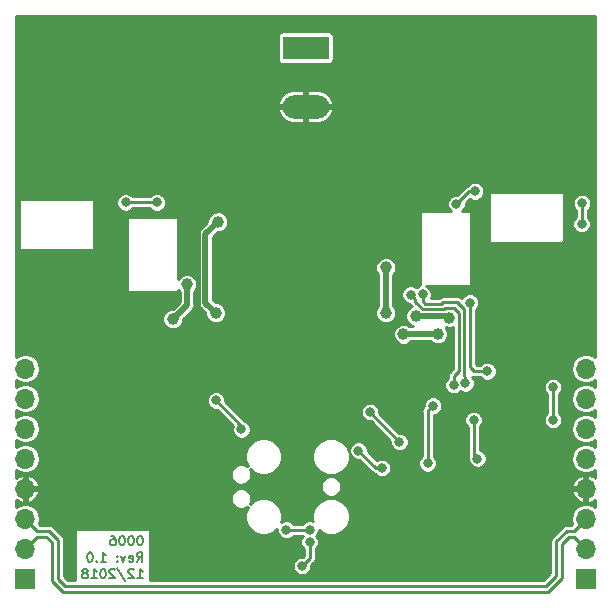
<source format=gbl>
G04 #@! TF.GenerationSoftware,KiCad,Pcbnew,(6.0.0-rc1-dev-1425-g4c184f07a)*
G04 #@! TF.CreationDate,2018-12-24T15:04:36+01:00
G04 #@! TF.ProjectId,led_pixel_stm32f030_cree,6c65645f-7069-4786-956c-5f73746d3332,1.1*
G04 #@! TF.SameCoordinates,Original*
G04 #@! TF.FileFunction,Copper,L2,Bot*
G04 #@! TF.FilePolarity,Positive*
%FSLAX46Y46*%
G04 Gerber Fmt 4.6, Leading zero omitted, Abs format (unit mm)*
G04 Created by KiCad (PCBNEW (6.0.0-rc1-dev-1425-g4c184f07a)) date 24.12.2018 15:04:36*
%MOMM*%
%LPD*%
G04 APERTURE LIST*
%ADD10C,0.200000*%
%ADD11O,3.960000X1.980000*%
%ADD12R,3.960000X1.980000*%
%ADD13O,1.700000X1.700000*%
%ADD14R,1.700000X1.700000*%
%ADD15C,6.400000*%
%ADD16C,0.600000*%
%ADD17C,0.800000*%
%ADD18C,1.000000*%
%ADD19C,0.250000*%
%ADD20C,0.500000*%
%ADD21C,0.254000*%
G04 APERTURE END LIST*
D10*
X136001642Y-119497904D02*
X135925452Y-119497904D01*
X135849261Y-119536000D01*
X135811166Y-119574095D01*
X135773071Y-119650285D01*
X135734976Y-119802666D01*
X135734976Y-119993142D01*
X135773071Y-120145523D01*
X135811166Y-120221714D01*
X135849261Y-120259809D01*
X135925452Y-120297904D01*
X136001642Y-120297904D01*
X136077833Y-120259809D01*
X136115928Y-120221714D01*
X136154023Y-120145523D01*
X136192119Y-119993142D01*
X136192119Y-119802666D01*
X136154023Y-119650285D01*
X136115928Y-119574095D01*
X136077833Y-119536000D01*
X136001642Y-119497904D01*
X135239738Y-119497904D02*
X135163547Y-119497904D01*
X135087357Y-119536000D01*
X135049261Y-119574095D01*
X135011166Y-119650285D01*
X134973071Y-119802666D01*
X134973071Y-119993142D01*
X135011166Y-120145523D01*
X135049261Y-120221714D01*
X135087357Y-120259809D01*
X135163547Y-120297904D01*
X135239738Y-120297904D01*
X135315928Y-120259809D01*
X135354023Y-120221714D01*
X135392119Y-120145523D01*
X135430214Y-119993142D01*
X135430214Y-119802666D01*
X135392119Y-119650285D01*
X135354023Y-119574095D01*
X135315928Y-119536000D01*
X135239738Y-119497904D01*
X134477833Y-119497904D02*
X134401642Y-119497904D01*
X134325452Y-119536000D01*
X134287357Y-119574095D01*
X134249261Y-119650285D01*
X134211166Y-119802666D01*
X134211166Y-119993142D01*
X134249261Y-120145523D01*
X134287357Y-120221714D01*
X134325452Y-120259809D01*
X134401642Y-120297904D01*
X134477833Y-120297904D01*
X134554023Y-120259809D01*
X134592119Y-120221714D01*
X134630214Y-120145523D01*
X134668309Y-119993142D01*
X134668309Y-119802666D01*
X134630214Y-119650285D01*
X134592119Y-119574095D01*
X134554023Y-119536000D01*
X134477833Y-119497904D01*
X133525452Y-119497904D02*
X133677833Y-119497904D01*
X133754023Y-119536000D01*
X133792119Y-119574095D01*
X133868309Y-119688380D01*
X133906404Y-119840761D01*
X133906404Y-120145523D01*
X133868309Y-120221714D01*
X133830214Y-120259809D01*
X133754023Y-120297904D01*
X133601642Y-120297904D01*
X133525452Y-120259809D01*
X133487357Y-120221714D01*
X133449261Y-120145523D01*
X133449261Y-119955047D01*
X133487357Y-119878857D01*
X133525452Y-119840761D01*
X133601642Y-119802666D01*
X133754023Y-119802666D01*
X133830214Y-119840761D01*
X133868309Y-119878857D01*
X133906404Y-119955047D01*
X135696880Y-121697904D02*
X135963547Y-121316952D01*
X136154023Y-121697904D02*
X136154023Y-120897904D01*
X135849261Y-120897904D01*
X135773071Y-120936000D01*
X135734976Y-120974095D01*
X135696880Y-121050285D01*
X135696880Y-121164571D01*
X135734976Y-121240761D01*
X135773071Y-121278857D01*
X135849261Y-121316952D01*
X136154023Y-121316952D01*
X135049261Y-121659809D02*
X135125452Y-121697904D01*
X135277833Y-121697904D01*
X135354023Y-121659809D01*
X135392119Y-121583619D01*
X135392119Y-121278857D01*
X135354023Y-121202666D01*
X135277833Y-121164571D01*
X135125452Y-121164571D01*
X135049261Y-121202666D01*
X135011166Y-121278857D01*
X135011166Y-121355047D01*
X135392119Y-121431238D01*
X134744500Y-121164571D02*
X134554023Y-121697904D01*
X134363547Y-121164571D01*
X134058785Y-121621714D02*
X134020690Y-121659809D01*
X134058785Y-121697904D01*
X134096880Y-121659809D01*
X134058785Y-121621714D01*
X134058785Y-121697904D01*
X134058785Y-121202666D02*
X134020690Y-121240761D01*
X134058785Y-121278857D01*
X134096880Y-121240761D01*
X134058785Y-121202666D01*
X134058785Y-121278857D01*
X132649261Y-121697904D02*
X133106404Y-121697904D01*
X132877833Y-121697904D02*
X132877833Y-120897904D01*
X132954023Y-121012190D01*
X133030214Y-121088380D01*
X133106404Y-121126476D01*
X132306404Y-121621714D02*
X132268309Y-121659809D01*
X132306404Y-121697904D01*
X132344500Y-121659809D01*
X132306404Y-121621714D01*
X132306404Y-121697904D01*
X131773071Y-120897904D02*
X131696880Y-120897904D01*
X131620690Y-120936000D01*
X131582595Y-120974095D01*
X131544500Y-121050285D01*
X131506404Y-121202666D01*
X131506404Y-121393142D01*
X131544500Y-121545523D01*
X131582595Y-121621714D01*
X131620690Y-121659809D01*
X131696880Y-121697904D01*
X131773071Y-121697904D01*
X131849261Y-121659809D01*
X131887357Y-121621714D01*
X131925452Y-121545523D01*
X131963547Y-121393142D01*
X131963547Y-121202666D01*
X131925452Y-121050285D01*
X131887357Y-120974095D01*
X131849261Y-120936000D01*
X131773071Y-120897904D01*
X135734976Y-123097904D02*
X136192119Y-123097904D01*
X135963547Y-123097904D02*
X135963547Y-122297904D01*
X136039738Y-122412190D01*
X136115928Y-122488380D01*
X136192119Y-122526476D01*
X135430214Y-122374095D02*
X135392119Y-122336000D01*
X135315928Y-122297904D01*
X135125452Y-122297904D01*
X135049261Y-122336000D01*
X135011166Y-122374095D01*
X134973071Y-122450285D01*
X134973071Y-122526476D01*
X135011166Y-122640761D01*
X135468309Y-123097904D01*
X134973071Y-123097904D01*
X134058785Y-122259809D02*
X134744500Y-123288380D01*
X133830214Y-122374095D02*
X133792119Y-122336000D01*
X133715928Y-122297904D01*
X133525452Y-122297904D01*
X133449261Y-122336000D01*
X133411166Y-122374095D01*
X133373071Y-122450285D01*
X133373071Y-122526476D01*
X133411166Y-122640761D01*
X133868309Y-123097904D01*
X133373071Y-123097904D01*
X132877833Y-122297904D02*
X132801642Y-122297904D01*
X132725452Y-122336000D01*
X132687357Y-122374095D01*
X132649261Y-122450285D01*
X132611166Y-122602666D01*
X132611166Y-122793142D01*
X132649261Y-122945523D01*
X132687357Y-123021714D01*
X132725452Y-123059809D01*
X132801642Y-123097904D01*
X132877833Y-123097904D01*
X132954023Y-123059809D01*
X132992119Y-123021714D01*
X133030214Y-122945523D01*
X133068309Y-122793142D01*
X133068309Y-122602666D01*
X133030214Y-122450285D01*
X132992119Y-122374095D01*
X132954023Y-122336000D01*
X132877833Y-122297904D01*
X131849261Y-123097904D02*
X132306404Y-123097904D01*
X132077833Y-123097904D02*
X132077833Y-122297904D01*
X132154023Y-122412190D01*
X132230214Y-122488380D01*
X132306404Y-122526476D01*
X131392119Y-122640761D02*
X131468309Y-122602666D01*
X131506404Y-122564571D01*
X131544500Y-122488380D01*
X131544500Y-122450285D01*
X131506404Y-122374095D01*
X131468309Y-122336000D01*
X131392119Y-122297904D01*
X131239738Y-122297904D01*
X131163547Y-122336000D01*
X131125452Y-122374095D01*
X131087357Y-122450285D01*
X131087357Y-122488380D01*
X131125452Y-122564571D01*
X131163547Y-122602666D01*
X131239738Y-122640761D01*
X131392119Y-122640761D01*
X131468309Y-122678857D01*
X131506404Y-122716952D01*
X131544500Y-122793142D01*
X131544500Y-122945523D01*
X131506404Y-123021714D01*
X131468309Y-123059809D01*
X131392119Y-123097904D01*
X131239738Y-123097904D01*
X131163547Y-123059809D01*
X131125452Y-123021714D01*
X131087357Y-122945523D01*
X131087357Y-122793142D01*
X131125452Y-122716952D01*
X131163547Y-122678857D01*
X131239738Y-122640761D01*
D11*
X150000000Y-83156000D03*
D12*
X150000000Y-78156000D03*
D13*
X126270000Y-105334000D03*
X126270000Y-107874000D03*
X126270000Y-110414000D03*
X126270000Y-112954000D03*
X126270000Y-115494000D03*
X126270000Y-118034000D03*
X126270000Y-120574000D03*
D14*
X126270000Y-123114000D03*
X173730000Y-123114000D03*
D13*
X173730000Y-120574000D03*
X173730000Y-118034000D03*
X173730000Y-115494000D03*
X173730000Y-112954000D03*
X173730000Y-110414000D03*
X173730000Y-107874000D03*
X173730000Y-105334000D03*
D15*
X129000000Y-100000000D03*
D16*
X131400000Y-100000000D03*
X130697056Y-101697056D03*
X129000000Y-102400000D03*
X127302944Y-101697056D03*
X126600000Y-100000000D03*
X127302944Y-98302944D03*
X129000000Y-97600000D03*
X130697056Y-98302944D03*
X172697056Y-98302944D03*
X171000000Y-97600000D03*
X169302944Y-98302944D03*
X168600000Y-100000000D03*
X169302944Y-101697056D03*
X171000000Y-102400000D03*
X172697056Y-101697056D03*
X173400000Y-100000000D03*
D15*
X171000000Y-100000000D03*
D17*
X164541491Y-112954012D03*
X164224000Y-109688990D03*
X132220000Y-103048000D03*
X133109000Y-103048000D03*
X133998000Y-103048000D03*
X134887000Y-103048000D03*
X135776000Y-103048000D03*
X136665000Y-103048000D03*
X137554000Y-103048000D03*
X138443000Y-103048000D03*
X139332000Y-103048000D03*
X139967000Y-103683000D03*
X140602000Y-104318000D03*
X141237000Y-104953000D03*
X141872000Y-105588000D03*
X142507000Y-106223000D03*
X166637000Y-103175000D03*
X165621000Y-103175000D03*
X161938000Y-103302000D03*
X161303000Y-103937000D03*
X160668000Y-104572000D03*
X160033000Y-105207000D03*
X159271000Y-105715000D03*
X166916400Y-111099800D03*
X135026400Y-118668800D03*
X167970198Y-106603800D03*
X149047200Y-113436400D03*
X131318000Y-107899200D03*
X148730000Y-122479000D03*
X129883200Y-121437600D03*
D18*
X171844000Y-77394000D03*
X173876000Y-77394000D03*
X172860000Y-77394000D03*
X128156000Y-77394000D03*
X126124000Y-77394000D03*
X127140000Y-77394000D03*
X152540000Y-76148000D03*
X151524000Y-76148000D03*
X150508000Y-76148000D03*
X149492000Y-76148000D03*
X148476000Y-76148000D03*
X147460000Y-76148000D03*
X170574000Y-76124000D03*
X166002000Y-76124000D03*
X161430000Y-76124000D03*
X156858000Y-76124000D03*
X143142000Y-76124000D03*
X138570000Y-76124000D03*
X133998000Y-76124000D03*
X129426000Y-76124000D03*
X136411000Y-111684000D03*
D17*
X157366000Y-118097500D03*
X165494000Y-109688990D03*
X159334500Y-117589500D03*
X168224500Y-116256000D03*
X171463000Y-118034000D03*
X129299000Y-111684000D03*
X129299000Y-113208000D03*
X129299000Y-114732000D03*
X129299000Y-116256000D03*
D18*
X171336000Y-86284000D03*
X168288000Y-86284000D03*
X169812000Y-86284000D03*
X157112000Y-86284000D03*
X160160000Y-86284000D03*
X158636000Y-86284000D03*
X131204000Y-86284000D03*
X132728000Y-86284000D03*
X143904000Y-86284000D03*
X140856000Y-86284000D03*
X129680000Y-86284000D03*
X142380000Y-86284000D03*
X150000000Y-100000000D03*
X150000000Y-98500000D03*
X150000000Y-101500000D03*
X151500000Y-96500000D03*
X153000000Y-96500000D03*
X150000000Y-96500000D03*
X150000000Y-103500000D03*
X151500000Y-103500000D03*
X148500000Y-103500000D03*
X147000000Y-103500000D03*
X153000000Y-103500000D03*
X154500000Y-103500000D03*
X145500000Y-103500000D03*
X145500000Y-96500000D03*
X147000000Y-96500000D03*
X148500000Y-96500000D03*
X154500000Y-96500000D03*
X150750000Y-95500000D03*
X147750000Y-95500000D03*
X152250000Y-95500000D03*
X153750000Y-95500000D03*
X149250000Y-95500000D03*
X146250000Y-95500000D03*
D17*
X150328845Y-120032635D03*
X149669800Y-122047200D03*
X156451600Y-113741400D03*
X154473923Y-112271731D03*
X142417800Y-108026200D03*
X144564825Y-110482243D03*
X148373000Y-118973600D03*
X150331000Y-118968947D03*
X160764267Y-108477084D03*
X160323915Y-113351972D03*
D18*
X142557796Y-92913400D03*
X142380000Y-100609600D03*
X161175587Y-102388013D03*
X158280400Y-102438400D03*
X162166418Y-101013069D03*
X159308800Y-100888800D03*
X156781800Y-100635000D03*
X156781800Y-96774198D03*
X138760200Y-101142800D03*
X139951774Y-98206774D03*
D17*
X157937661Y-111555847D03*
X155435600Y-109017000D03*
X173368000Y-93091200D03*
X173380400Y-91338400D03*
X170942000Y-109683245D03*
X170941994Y-106883200D03*
X163526697Y-106578400D03*
X159893000Y-99060002D03*
X164338000Y-90322400D03*
X162770162Y-91395994D03*
X165379400Y-105562399D03*
X163920000Y-99750000D03*
X162534915Y-106706436D03*
X137388600Y-91262202D03*
X134747000Y-91262200D03*
X158879616Y-99071938D03*
D19*
X164224000Y-109688990D02*
X164224000Y-112636521D01*
X164224000Y-112636521D02*
X164541491Y-112954012D01*
X133109000Y-103048000D02*
X132220000Y-103048000D01*
X134887000Y-103048000D02*
X133998000Y-103048000D01*
X136665000Y-103048000D02*
X135776000Y-103048000D01*
X138443000Y-103048000D02*
X137554000Y-103048000D01*
X139967000Y-103683000D02*
X139332000Y-103048000D01*
X141237000Y-104953000D02*
X140602000Y-104318000D01*
X142507000Y-106223000D02*
X141872000Y-105588000D01*
X165621000Y-103175000D02*
X166637000Y-103175000D01*
X160668000Y-104572000D02*
X161303000Y-103937000D01*
X159271000Y-105715000D02*
X159525000Y-105715000D01*
X159525000Y-105715000D02*
X160033000Y-105207000D01*
X165494000Y-109688990D02*
X165505590Y-109688990D01*
X165505590Y-109688990D02*
X166916400Y-111099800D01*
X140941389Y-101438611D02*
X139731999Y-102648001D01*
X142358402Y-92037598D02*
X141856998Y-92037598D01*
X141856998Y-92037598D02*
X140941389Y-92953206D01*
X140941389Y-92953206D02*
X140941389Y-101438611D01*
X150000000Y-83156000D02*
X150000000Y-84396000D01*
X139731999Y-102648001D02*
X139332000Y-103048000D01*
X150000000Y-84396000D02*
X142358402Y-92037598D01*
X150328845Y-120598320D02*
X150328845Y-120032635D01*
X150328845Y-121388155D02*
X150328845Y-120598320D01*
X149669800Y-122047200D02*
X150328845Y-121388155D01*
X155943592Y-113741400D02*
X156451600Y-113741400D01*
X154473923Y-112271731D02*
X155943592Y-113741400D01*
X142417800Y-108026200D02*
X144564825Y-110173225D01*
X144564825Y-110173225D02*
X144564825Y-110482243D01*
X150331000Y-118968947D02*
X148377653Y-118968947D01*
X148377653Y-118968947D02*
X148373000Y-118973600D01*
X160323915Y-108917436D02*
X160364268Y-108877083D01*
X160323915Y-113351972D02*
X160323915Y-108917436D01*
X160364268Y-108877083D02*
X160764267Y-108477084D01*
D20*
X142557796Y-92913400D02*
X141516399Y-93954797D01*
X141516399Y-99745999D02*
X142380000Y-100609600D01*
X141516399Y-93954797D02*
X141516399Y-99745999D01*
X161175587Y-102388013D02*
X158330787Y-102388013D01*
X158330787Y-102388013D02*
X158280400Y-102438400D01*
X159308800Y-100888800D02*
X162042149Y-100888800D01*
X162042149Y-100888800D02*
X162166418Y-101013069D01*
X156781800Y-100635000D02*
X156781800Y-96774198D01*
X138760200Y-101142800D02*
X139951774Y-99951226D01*
X139951774Y-98913880D02*
X139951774Y-98206774D01*
X139951774Y-99951226D02*
X139951774Y-98913880D01*
D19*
X155435600Y-109017000D02*
X157937661Y-111519061D01*
X157937661Y-111519061D02*
X157937661Y-111555847D01*
X173380400Y-93078800D02*
X173368000Y-93091200D01*
X173380400Y-91338400D02*
X173380400Y-93078800D01*
X170942000Y-106883206D02*
X170941994Y-106883200D01*
X170942000Y-109683245D02*
X170942000Y-106883206D01*
X159893000Y-99060002D02*
X159893000Y-99625687D01*
X159893000Y-99625687D02*
X160013313Y-99746000D01*
X160013313Y-99746000D02*
X160033000Y-99746000D01*
X160033000Y-99746000D02*
X160134401Y-99847401D01*
X163441431Y-100319221D02*
X163441431Y-105927449D01*
X160134401Y-99847401D02*
X161491790Y-99847401D01*
X161491790Y-99847401D02*
X161618790Y-99720401D01*
X161618790Y-99720401D02*
X162842611Y-99720401D01*
X162842611Y-99720401D02*
X163441431Y-100319221D01*
X163441431Y-105927449D02*
X163526697Y-106012715D01*
X163526697Y-106012715D02*
X163526697Y-106578400D01*
X163891441Y-105192041D02*
X164261799Y-105562399D01*
X164261799Y-105562399D02*
X165379400Y-105562399D01*
X162770162Y-91395994D02*
X163843756Y-90322400D01*
X163843756Y-90322400D02*
X164338000Y-90322400D01*
X163891441Y-105192041D02*
X163891441Y-100838559D01*
X163920000Y-100810000D02*
X163920000Y-99750000D01*
X163891441Y-100838559D02*
X163920000Y-100810000D01*
X137388598Y-91262200D02*
X137388600Y-91262202D01*
X134747000Y-91262200D02*
X137388598Y-91262200D01*
X162991420Y-100617067D02*
X162544764Y-100170411D01*
X162991420Y-105530491D02*
X162991420Y-100617067D01*
X162534915Y-105986996D02*
X162991420Y-105530491D01*
X162544764Y-100170411D02*
X161805190Y-100170411D01*
X162534915Y-106706436D02*
X162534915Y-105986996D01*
X159909800Y-100297411D02*
X159279615Y-99667226D01*
X161805190Y-100170411D02*
X161678190Y-100297411D01*
X161678190Y-100297411D02*
X159909800Y-100297411D01*
X159279615Y-99667226D02*
X159279615Y-99471937D01*
X159279615Y-99471937D02*
X158879616Y-99071938D01*
X171713000Y-120169554D02*
X172328554Y-119554000D01*
X172328554Y-119554000D02*
X172710000Y-119554000D01*
X172710000Y-119554000D02*
X173730000Y-120574000D01*
X171713000Y-123090554D02*
X171713000Y-120169554D01*
X170550554Y-124253000D02*
X171713000Y-123090554D01*
X129449446Y-124253000D02*
X170550554Y-124253000D01*
X128541000Y-123344554D02*
X129449446Y-124253000D01*
X128541000Y-120042554D02*
X128541000Y-123344554D01*
X128052446Y-119554000D02*
X128541000Y-120042554D01*
X126270000Y-120574000D02*
X127290000Y-119554000D01*
X127290000Y-119554000D02*
X128052446Y-119554000D01*
X171213000Y-119962446D02*
X172121446Y-119054000D01*
X172121446Y-119054000D02*
X172710000Y-119054000D01*
X172710000Y-119054000D02*
X173730000Y-118034000D01*
X171213000Y-122883446D02*
X171213000Y-119962446D01*
X170343446Y-123753000D02*
X171213000Y-122883446D01*
X129656554Y-123753000D02*
X170343446Y-123753000D01*
X129041000Y-123137446D02*
X129656554Y-123753000D01*
X129041000Y-119835446D02*
X129041000Y-123137446D01*
X128259554Y-119054000D02*
X129041000Y-119835446D01*
X126270000Y-118034000D02*
X127290000Y-119054000D01*
X127290000Y-119054000D02*
X128259554Y-119054000D01*
D21*
G36*
X174519001Y-104380683D02*
G01*
X174210312Y-104174424D01*
X173851239Y-104103000D01*
X173608761Y-104103000D01*
X173249688Y-104174424D01*
X172842499Y-104446499D01*
X172570424Y-104853688D01*
X172474884Y-105334000D01*
X172570424Y-105814312D01*
X172842499Y-106221501D01*
X173249688Y-106493576D01*
X173608761Y-106565000D01*
X173851239Y-106565000D01*
X174210312Y-106493576D01*
X174519001Y-106287317D01*
X174519001Y-106920683D01*
X174210312Y-106714424D01*
X173851239Y-106643000D01*
X173608761Y-106643000D01*
X173249688Y-106714424D01*
X172842499Y-106986499D01*
X172570424Y-107393688D01*
X172474884Y-107874000D01*
X172570424Y-108354312D01*
X172842499Y-108761501D01*
X173249688Y-109033576D01*
X173608761Y-109105000D01*
X173851239Y-109105000D01*
X174210312Y-109033576D01*
X174519001Y-108827317D01*
X174519001Y-109460683D01*
X174210312Y-109254424D01*
X173851239Y-109183000D01*
X173608761Y-109183000D01*
X173249688Y-109254424D01*
X172842499Y-109526499D01*
X172570424Y-109933688D01*
X172474884Y-110414000D01*
X172570424Y-110894312D01*
X172842499Y-111301501D01*
X173249688Y-111573576D01*
X173608761Y-111645000D01*
X173851239Y-111645000D01*
X174210312Y-111573576D01*
X174519001Y-111367317D01*
X174519001Y-112000683D01*
X174210312Y-111794424D01*
X173851239Y-111723000D01*
X173608761Y-111723000D01*
X173249688Y-111794424D01*
X172842499Y-112066499D01*
X172570424Y-112473688D01*
X172474884Y-112954000D01*
X172570424Y-113434312D01*
X172842499Y-113841501D01*
X173249688Y-114113576D01*
X173608761Y-114185000D01*
X173851239Y-114185000D01*
X174210312Y-114113576D01*
X174519001Y-113907317D01*
X174519001Y-114562908D01*
X174478056Y-114516348D01*
X174046982Y-114304499D01*
X173857000Y-114364807D01*
X173857000Y-115367000D01*
X173877000Y-115367000D01*
X173877000Y-115621000D01*
X173857000Y-115621000D01*
X173857000Y-116623193D01*
X174046982Y-116683501D01*
X174478056Y-116471652D01*
X174519001Y-116425092D01*
X174519001Y-117080683D01*
X174210312Y-116874424D01*
X173851239Y-116803000D01*
X173608761Y-116803000D01*
X173249688Y-116874424D01*
X172842499Y-117146499D01*
X172570424Y-117553688D01*
X172474884Y-118034000D01*
X172564397Y-118484012D01*
X172500409Y-118548000D01*
X172171281Y-118548000D01*
X172121446Y-118538087D01*
X171924014Y-118577359D01*
X171883932Y-118604141D01*
X171756640Y-118689194D01*
X171728409Y-118731445D01*
X170890445Y-119569410D01*
X170848195Y-119597640D01*
X170746428Y-119749947D01*
X170736360Y-119765015D01*
X170697087Y-119962446D01*
X170707001Y-120012285D01*
X170707000Y-122673854D01*
X170133855Y-123247000D01*
X136855500Y-123247000D01*
X136855500Y-118929000D01*
X130483976Y-118929000D01*
X130483976Y-123247000D01*
X129866146Y-123247000D01*
X129547000Y-122927855D01*
X129547000Y-119885281D01*
X129556913Y-119835446D01*
X129517641Y-119638015D01*
X129434035Y-119512888D01*
X129405806Y-119470640D01*
X129363558Y-119442412D01*
X128652592Y-118731447D01*
X128624360Y-118689194D01*
X128456985Y-118577359D01*
X128309389Y-118548000D01*
X128309388Y-118548000D01*
X128259554Y-118538087D01*
X128209720Y-118548000D01*
X127499592Y-118548000D01*
X127435603Y-118484011D01*
X127525116Y-118034000D01*
X127429576Y-117553688D01*
X127157501Y-117146499D01*
X126750312Y-116874424D01*
X126391239Y-116803000D01*
X126148761Y-116803000D01*
X125789688Y-116874424D01*
X125481000Y-117080683D01*
X125481000Y-116425093D01*
X125521944Y-116471652D01*
X125953018Y-116683501D01*
X126143000Y-116623193D01*
X126143000Y-115621000D01*
X126397000Y-115621000D01*
X126397000Y-116623193D01*
X126586982Y-116683501D01*
X127018056Y-116471652D01*
X127295030Y-116156693D01*
X143649700Y-116156693D01*
X143649700Y-116505307D01*
X143783109Y-116827384D01*
X144029616Y-117073891D01*
X144351693Y-117207300D01*
X144700307Y-117207300D01*
X145022384Y-117073891D01*
X145081866Y-117014409D01*
X144862500Y-117544006D01*
X144862500Y-118167994D01*
X145101290Y-118744484D01*
X145542516Y-119185710D01*
X146119006Y-119424500D01*
X146742994Y-119424500D01*
X147319484Y-119185710D01*
X147592000Y-118913194D01*
X147592000Y-119128951D01*
X147710900Y-119416001D01*
X147930599Y-119635700D01*
X148217649Y-119754600D01*
X148528351Y-119754600D01*
X148815401Y-119635700D01*
X148976154Y-119474947D01*
X149732499Y-119474947D01*
X149757266Y-119499714D01*
X149666745Y-119590234D01*
X149547845Y-119877284D01*
X149547845Y-120187986D01*
X149666745Y-120475036D01*
X149822845Y-120631136D01*
X149822845Y-120648154D01*
X149822846Y-120648158D01*
X149822845Y-121178563D01*
X149735208Y-121266200D01*
X149514449Y-121266200D01*
X149227399Y-121385100D01*
X149007700Y-121604799D01*
X148888800Y-121891849D01*
X148888800Y-122202551D01*
X149007700Y-122489601D01*
X149227399Y-122709300D01*
X149514449Y-122828200D01*
X149825151Y-122828200D01*
X150112201Y-122709300D01*
X150331900Y-122489601D01*
X150450800Y-122202551D01*
X150450800Y-121981792D01*
X150651401Y-121781191D01*
X150693651Y-121752961D01*
X150805486Y-121585586D01*
X150834845Y-121437990D01*
X150834845Y-121437989D01*
X150844758Y-121388156D01*
X150834845Y-121338322D01*
X150834845Y-120631136D01*
X150990945Y-120475036D01*
X151109845Y-120187986D01*
X151109845Y-119877284D01*
X150990945Y-119590234D01*
X150902580Y-119501869D01*
X150993100Y-119411348D01*
X151112000Y-119124298D01*
X151112000Y-119040194D01*
X151257516Y-119185710D01*
X151834006Y-119424500D01*
X152457994Y-119424500D01*
X153034484Y-119185710D01*
X153475710Y-118744484D01*
X153714500Y-118167994D01*
X153714500Y-117544006D01*
X153475710Y-116967516D01*
X153034484Y-116526290D01*
X152457994Y-116287500D01*
X151834006Y-116287500D01*
X151257516Y-116526290D01*
X150816290Y-116967516D01*
X150577500Y-117544006D01*
X150577500Y-118167994D01*
X150606354Y-118237654D01*
X150486351Y-118187947D01*
X150175649Y-118187947D01*
X149888599Y-118306847D01*
X149732499Y-118462947D01*
X148966848Y-118462947D01*
X148815401Y-118311500D01*
X148528351Y-118192600D01*
X148217649Y-118192600D01*
X147942017Y-118306771D01*
X147999500Y-118167994D01*
X147999500Y-117544006D01*
X147760710Y-116967516D01*
X147319484Y-116526290D01*
X146742994Y-116287500D01*
X146119006Y-116287500D01*
X145542516Y-116526290D01*
X145288315Y-116780491D01*
X145402300Y-116505307D01*
X145402300Y-116156693D01*
X145268891Y-115834616D01*
X145022384Y-115588109D01*
X144700307Y-115454700D01*
X144351693Y-115454700D01*
X144029616Y-115588109D01*
X143783109Y-115834616D01*
X143649700Y-116156693D01*
X127295030Y-116156693D01*
X127335245Y-116110964D01*
X127459489Y-115810980D01*
X127398627Y-115621000D01*
X126397000Y-115621000D01*
X126143000Y-115621000D01*
X126123000Y-115621000D01*
X126123000Y-115367000D01*
X126143000Y-115367000D01*
X126143000Y-114364807D01*
X126397000Y-114364807D01*
X126397000Y-115367000D01*
X127398627Y-115367000D01*
X127459489Y-115177020D01*
X127335245Y-114877036D01*
X127018056Y-114516348D01*
X126586982Y-114304499D01*
X126397000Y-114364807D01*
X126143000Y-114364807D01*
X125953018Y-114304499D01*
X125521944Y-114516348D01*
X125481000Y-114562907D01*
X125481000Y-113907317D01*
X125789688Y-114113576D01*
X126148761Y-114185000D01*
X126391239Y-114185000D01*
X126684368Y-114126693D01*
X143649700Y-114126693D01*
X143649700Y-114475307D01*
X143783109Y-114797384D01*
X144029616Y-115043891D01*
X144351693Y-115177300D01*
X144700307Y-115177300D01*
X144786269Y-115141693D01*
X151269700Y-115141693D01*
X151269700Y-115490307D01*
X151403109Y-115812384D01*
X151649616Y-116058891D01*
X151971693Y-116192300D01*
X152320307Y-116192300D01*
X152642384Y-116058891D01*
X152888891Y-115812384D01*
X152889472Y-115810980D01*
X172540511Y-115810980D01*
X172664755Y-116110964D01*
X172981944Y-116471652D01*
X173413018Y-116683501D01*
X173603000Y-116623193D01*
X173603000Y-115621000D01*
X172601373Y-115621000D01*
X172540511Y-115810980D01*
X152889472Y-115810980D01*
X153022300Y-115490307D01*
X153022300Y-115177020D01*
X172540511Y-115177020D01*
X172601373Y-115367000D01*
X173603000Y-115367000D01*
X173603000Y-114364807D01*
X173413018Y-114304499D01*
X172981944Y-114516348D01*
X172664755Y-114877036D01*
X172540511Y-115177020D01*
X153022300Y-115177020D01*
X153022300Y-115141693D01*
X152888891Y-114819616D01*
X152642384Y-114573109D01*
X152320307Y-114439700D01*
X151971693Y-114439700D01*
X151649616Y-114573109D01*
X151403109Y-114819616D01*
X151269700Y-115141693D01*
X144786269Y-115141693D01*
X145022384Y-115043891D01*
X145268891Y-114797384D01*
X145402300Y-114475307D01*
X145402300Y-114126693D01*
X145288315Y-113851509D01*
X145542516Y-114105710D01*
X146119006Y-114344500D01*
X146742994Y-114344500D01*
X147319484Y-114105710D01*
X147760710Y-113664484D01*
X147999500Y-113087994D01*
X147999500Y-112464006D01*
X150577500Y-112464006D01*
X150577500Y-113087994D01*
X150816290Y-113664484D01*
X151257516Y-114105710D01*
X151834006Y-114344500D01*
X152457994Y-114344500D01*
X153034484Y-114105710D01*
X153475710Y-113664484D01*
X153714500Y-113087994D01*
X153714500Y-112479173D01*
X153811823Y-112714132D01*
X154031522Y-112933831D01*
X154318572Y-113052731D01*
X154539332Y-113052731D01*
X155550555Y-114063955D01*
X155578786Y-114106206D01*
X155691373Y-114181433D01*
X155746160Y-114218041D01*
X155843004Y-114237305D01*
X156009199Y-114403500D01*
X156296249Y-114522400D01*
X156606951Y-114522400D01*
X156894001Y-114403500D01*
X157113700Y-114183801D01*
X157232600Y-113896751D01*
X157232600Y-113586049D01*
X157113700Y-113298999D01*
X157011322Y-113196621D01*
X159542915Y-113196621D01*
X159542915Y-113507323D01*
X159661815Y-113794373D01*
X159881514Y-114014072D01*
X160168564Y-114132972D01*
X160479266Y-114132972D01*
X160766316Y-114014072D01*
X160986015Y-113794373D01*
X161104915Y-113507323D01*
X161104915Y-113196621D01*
X160986015Y-112909571D01*
X160829915Y-112753471D01*
X160829915Y-109533639D01*
X163443000Y-109533639D01*
X163443000Y-109844341D01*
X163561900Y-110131391D01*
X163718000Y-110287491D01*
X163718001Y-112586682D01*
X163708087Y-112636521D01*
X163740340Y-112798661D01*
X163747360Y-112833952D01*
X163760491Y-112853604D01*
X163760491Y-113109363D01*
X163879391Y-113396413D01*
X164099090Y-113616112D01*
X164386140Y-113735012D01*
X164696842Y-113735012D01*
X164983892Y-113616112D01*
X165203591Y-113396413D01*
X165322491Y-113109363D01*
X165322491Y-112798661D01*
X165203591Y-112511611D01*
X164983892Y-112291912D01*
X164730000Y-112186746D01*
X164730000Y-110287491D01*
X164886100Y-110131391D01*
X165005000Y-109844341D01*
X165005000Y-109533639D01*
X164886100Y-109246589D01*
X164666401Y-109026890D01*
X164379351Y-108907990D01*
X164068649Y-108907990D01*
X163781599Y-109026890D01*
X163561900Y-109246589D01*
X163443000Y-109533639D01*
X160829915Y-109533639D01*
X160829915Y-109258084D01*
X160919618Y-109258084D01*
X161206668Y-109139184D01*
X161426367Y-108919485D01*
X161545267Y-108632435D01*
X161545267Y-108321733D01*
X161426367Y-108034683D01*
X161206668Y-107814984D01*
X160919618Y-107696084D01*
X160608916Y-107696084D01*
X160321866Y-107814984D01*
X160102167Y-108034683D01*
X159983267Y-108321733D01*
X159983267Y-108536489D01*
X159959110Y-108552630D01*
X159874238Y-108679652D01*
X159847275Y-108720005D01*
X159808002Y-108917436D01*
X159817916Y-108967275D01*
X159817915Y-112753471D01*
X159661815Y-112909571D01*
X159542915Y-113196621D01*
X157011322Y-113196621D01*
X156894001Y-113079300D01*
X156606951Y-112960400D01*
X156296249Y-112960400D01*
X156009199Y-113079300D01*
X156003141Y-113085358D01*
X155254923Y-112337140D01*
X155254923Y-112116380D01*
X155136023Y-111829330D01*
X154916324Y-111609631D01*
X154629274Y-111490731D01*
X154318572Y-111490731D01*
X154031522Y-111609631D01*
X153811823Y-111829330D01*
X153692923Y-112116380D01*
X153692923Y-112411915D01*
X153475710Y-111887516D01*
X153034484Y-111446290D01*
X152457994Y-111207500D01*
X151834006Y-111207500D01*
X151257516Y-111446290D01*
X150816290Y-111887516D01*
X150577500Y-112464006D01*
X147999500Y-112464006D01*
X147760710Y-111887516D01*
X147319484Y-111446290D01*
X146742994Y-111207500D01*
X146119006Y-111207500D01*
X145542516Y-111446290D01*
X145101290Y-111887516D01*
X144862500Y-112464006D01*
X144862500Y-113087994D01*
X145081866Y-113617591D01*
X145022384Y-113558109D01*
X144700307Y-113424700D01*
X144351693Y-113424700D01*
X144029616Y-113558109D01*
X143783109Y-113804616D01*
X143649700Y-114126693D01*
X126684368Y-114126693D01*
X126750312Y-114113576D01*
X127157501Y-113841501D01*
X127429576Y-113434312D01*
X127525116Y-112954000D01*
X127429576Y-112473688D01*
X127157501Y-112066499D01*
X126750312Y-111794424D01*
X126391239Y-111723000D01*
X126148761Y-111723000D01*
X125789688Y-111794424D01*
X125481000Y-112000683D01*
X125481000Y-111367317D01*
X125789688Y-111573576D01*
X126148761Y-111645000D01*
X126391239Y-111645000D01*
X126750312Y-111573576D01*
X127157501Y-111301501D01*
X127429576Y-110894312D01*
X127525116Y-110414000D01*
X127429576Y-109933688D01*
X127157501Y-109526499D01*
X126750312Y-109254424D01*
X126391239Y-109183000D01*
X126148761Y-109183000D01*
X125789688Y-109254424D01*
X125481000Y-109460683D01*
X125481000Y-108827317D01*
X125789688Y-109033576D01*
X126148761Y-109105000D01*
X126391239Y-109105000D01*
X126750312Y-109033576D01*
X127157501Y-108761501D01*
X127429576Y-108354312D01*
X127525116Y-107874000D01*
X127524490Y-107870849D01*
X141636800Y-107870849D01*
X141636800Y-108181551D01*
X141755700Y-108468601D01*
X141975399Y-108688300D01*
X142262449Y-108807200D01*
X142483209Y-108807200D01*
X143847991Y-110171982D01*
X143783825Y-110326892D01*
X143783825Y-110637594D01*
X143902725Y-110924644D01*
X144122424Y-111144343D01*
X144409474Y-111263243D01*
X144720176Y-111263243D01*
X145007226Y-111144343D01*
X145226925Y-110924644D01*
X145345825Y-110637594D01*
X145345825Y-110326892D01*
X145226925Y-110039842D01*
X145007226Y-109820143D01*
X144870843Y-109763652D01*
X143968840Y-108861649D01*
X154654600Y-108861649D01*
X154654600Y-109172351D01*
X154773500Y-109459401D01*
X154993199Y-109679100D01*
X155280249Y-109798000D01*
X155501009Y-109798000D01*
X157156661Y-111453653D01*
X157156661Y-111711198D01*
X157275561Y-111998248D01*
X157495260Y-112217947D01*
X157782310Y-112336847D01*
X158093012Y-112336847D01*
X158380062Y-112217947D01*
X158599761Y-111998248D01*
X158718661Y-111711198D01*
X158718661Y-111400496D01*
X158599761Y-111113446D01*
X158380062Y-110893747D01*
X158093012Y-110774847D01*
X157909039Y-110774847D01*
X156216600Y-109082409D01*
X156216600Y-108861649D01*
X156097700Y-108574599D01*
X155878001Y-108354900D01*
X155590951Y-108236000D01*
X155280249Y-108236000D01*
X154993199Y-108354900D01*
X154773500Y-108574599D01*
X154654600Y-108861649D01*
X143968840Y-108861649D01*
X143198800Y-108091609D01*
X143198800Y-107870849D01*
X143079900Y-107583799D01*
X142860201Y-107364100D01*
X142573151Y-107245200D01*
X142262449Y-107245200D01*
X141975399Y-107364100D01*
X141755700Y-107583799D01*
X141636800Y-107870849D01*
X127524490Y-107870849D01*
X127429576Y-107393688D01*
X127157501Y-106986499D01*
X126750312Y-106714424D01*
X126391239Y-106643000D01*
X126148761Y-106643000D01*
X125789688Y-106714424D01*
X125481000Y-106920683D01*
X125481000Y-106287317D01*
X125789688Y-106493576D01*
X126148761Y-106565000D01*
X126391239Y-106565000D01*
X126750312Y-106493576D01*
X127157501Y-106221501D01*
X127429576Y-105814312D01*
X127525116Y-105334000D01*
X127429576Y-104853688D01*
X127157501Y-104446499D01*
X126750312Y-104174424D01*
X126391239Y-104103000D01*
X126148761Y-104103000D01*
X125789688Y-104174424D01*
X125481000Y-104380683D01*
X125481000Y-101561597D01*
X126621944Y-101561597D01*
X126621944Y-101832515D01*
X126725620Y-102082812D01*
X126917188Y-102274380D01*
X127167485Y-102378056D01*
X127438403Y-102378056D01*
X127688700Y-102274380D01*
X127698539Y-102264541D01*
X128319000Y-102264541D01*
X128319000Y-102535459D01*
X128422676Y-102785756D01*
X128614244Y-102977324D01*
X128864541Y-103081000D01*
X129135459Y-103081000D01*
X129385756Y-102977324D01*
X129577324Y-102785756D01*
X129681000Y-102535459D01*
X129681000Y-102264541D01*
X129577324Y-102014244D01*
X129385756Y-101822676D01*
X129135459Y-101719000D01*
X128864541Y-101719000D01*
X128614244Y-101822676D01*
X128422676Y-102014244D01*
X128319000Y-102264541D01*
X127698539Y-102264541D01*
X127880268Y-102082812D01*
X127983944Y-101832515D01*
X127983944Y-101561597D01*
X130016056Y-101561597D01*
X130016056Y-101832515D01*
X130119732Y-102082812D01*
X130311300Y-102274380D01*
X130561597Y-102378056D01*
X130832515Y-102378056D01*
X131082812Y-102274380D01*
X131094034Y-102263158D01*
X157399400Y-102263158D01*
X157399400Y-102613642D01*
X157533524Y-102937447D01*
X157781353Y-103185276D01*
X158105158Y-103319400D01*
X158455642Y-103319400D01*
X158779447Y-103185276D01*
X158945710Y-103019013D01*
X160560664Y-103019013D01*
X160676540Y-103134889D01*
X161000345Y-103269013D01*
X161350829Y-103269013D01*
X161674634Y-103134889D01*
X161922463Y-102887060D01*
X162056587Y-102563255D01*
X162056587Y-102212771D01*
X161922463Y-101888966D01*
X161882587Y-101849090D01*
X161991176Y-101894069D01*
X162341660Y-101894069D01*
X162485421Y-101834522D01*
X162485420Y-105320899D01*
X162212360Y-105593960D01*
X162170110Y-105622190D01*
X162124696Y-105690158D01*
X162058275Y-105789565D01*
X162019002Y-105986996D01*
X162028916Y-106036834D01*
X162028916Y-106107934D01*
X161872815Y-106264035D01*
X161753915Y-106551085D01*
X161753915Y-106861787D01*
X161872815Y-107148837D01*
X162092514Y-107368536D01*
X162379564Y-107487436D01*
X162690266Y-107487436D01*
X162977316Y-107368536D01*
X163099185Y-107246667D01*
X163371346Y-107359400D01*
X163682048Y-107359400D01*
X163969098Y-107240500D01*
X164188797Y-107020801D01*
X164307697Y-106733751D01*
X164307697Y-106727849D01*
X170160994Y-106727849D01*
X170160994Y-107038551D01*
X170279894Y-107325601D01*
X170436001Y-107481708D01*
X170436000Y-109084744D01*
X170279900Y-109240844D01*
X170161000Y-109527894D01*
X170161000Y-109838596D01*
X170279900Y-110125646D01*
X170499599Y-110345345D01*
X170786649Y-110464245D01*
X171097351Y-110464245D01*
X171384401Y-110345345D01*
X171604100Y-110125646D01*
X171723000Y-109838596D01*
X171723000Y-109527894D01*
X171604100Y-109240844D01*
X171448000Y-109084744D01*
X171448000Y-107481695D01*
X171604094Y-107325601D01*
X171722994Y-107038551D01*
X171722994Y-106727849D01*
X171604094Y-106440799D01*
X171384395Y-106221100D01*
X171097345Y-106102200D01*
X170786643Y-106102200D01*
X170499593Y-106221100D01*
X170279894Y-106440799D01*
X170160994Y-106727849D01*
X164307697Y-106727849D01*
X164307697Y-106423049D01*
X164188797Y-106135999D01*
X164098659Y-106045861D01*
X164211964Y-106068399D01*
X164261798Y-106078312D01*
X164311632Y-106068399D01*
X164780899Y-106068399D01*
X164936999Y-106224499D01*
X165224049Y-106343399D01*
X165534751Y-106343399D01*
X165821801Y-106224499D01*
X166041500Y-106004800D01*
X166160400Y-105717750D01*
X166160400Y-105407048D01*
X166041500Y-105119998D01*
X165821801Y-104900299D01*
X165534751Y-104781399D01*
X165224049Y-104781399D01*
X164936999Y-104900299D01*
X164780899Y-105056399D01*
X164471391Y-105056399D01*
X164397441Y-104982450D01*
X164397441Y-101561597D01*
X168621944Y-101561597D01*
X168621944Y-101832515D01*
X168725620Y-102082812D01*
X168917188Y-102274380D01*
X169167485Y-102378056D01*
X169438403Y-102378056D01*
X169688700Y-102274380D01*
X169698539Y-102264541D01*
X170319000Y-102264541D01*
X170319000Y-102535459D01*
X170422676Y-102785756D01*
X170614244Y-102977324D01*
X170864541Y-103081000D01*
X171135459Y-103081000D01*
X171385756Y-102977324D01*
X171577324Y-102785756D01*
X171681000Y-102535459D01*
X171681000Y-102264541D01*
X171577324Y-102014244D01*
X171385756Y-101822676D01*
X171135459Y-101719000D01*
X170864541Y-101719000D01*
X170614244Y-101822676D01*
X170422676Y-102014244D01*
X170319000Y-102264541D01*
X169698539Y-102264541D01*
X169880268Y-102082812D01*
X169983944Y-101832515D01*
X169983944Y-101561597D01*
X172016056Y-101561597D01*
X172016056Y-101832515D01*
X172119732Y-102082812D01*
X172311300Y-102274380D01*
X172561597Y-102378056D01*
X172832515Y-102378056D01*
X173082812Y-102274380D01*
X173274380Y-102082812D01*
X173378056Y-101832515D01*
X173378056Y-101561597D01*
X173274380Y-101311300D01*
X173082812Y-101119732D01*
X172832515Y-101016056D01*
X172561597Y-101016056D01*
X172311300Y-101119732D01*
X172119732Y-101311300D01*
X172016056Y-101561597D01*
X169983944Y-101561597D01*
X169880268Y-101311300D01*
X169688700Y-101119732D01*
X169438403Y-101016056D01*
X169167485Y-101016056D01*
X168917188Y-101119732D01*
X168725620Y-101311300D01*
X168621944Y-101561597D01*
X164397441Y-101561597D01*
X164397441Y-101003409D01*
X164426000Y-100859835D01*
X164426000Y-100859834D01*
X164435913Y-100810000D01*
X164426000Y-100760165D01*
X164426000Y-100348501D01*
X164582100Y-100192401D01*
X164701000Y-99905351D01*
X164701000Y-99864541D01*
X167919000Y-99864541D01*
X167919000Y-100135459D01*
X168022676Y-100385756D01*
X168214244Y-100577324D01*
X168464541Y-100681000D01*
X168735459Y-100681000D01*
X168985756Y-100577324D01*
X169177324Y-100385756D01*
X169281000Y-100135459D01*
X169281000Y-99864541D01*
X172719000Y-99864541D01*
X172719000Y-100135459D01*
X172822676Y-100385756D01*
X173014244Y-100577324D01*
X173264541Y-100681000D01*
X173535459Y-100681000D01*
X173785756Y-100577324D01*
X173977324Y-100385756D01*
X174081000Y-100135459D01*
X174081000Y-99864541D01*
X173977324Y-99614244D01*
X173785756Y-99422676D01*
X173535459Y-99319000D01*
X173264541Y-99319000D01*
X173014244Y-99422676D01*
X172822676Y-99614244D01*
X172719000Y-99864541D01*
X169281000Y-99864541D01*
X169177324Y-99614244D01*
X168985756Y-99422676D01*
X168735459Y-99319000D01*
X168464541Y-99319000D01*
X168214244Y-99422676D01*
X168022676Y-99614244D01*
X167919000Y-99864541D01*
X164701000Y-99864541D01*
X164701000Y-99594649D01*
X164582100Y-99307599D01*
X164362401Y-99087900D01*
X164075351Y-98969000D01*
X163764649Y-98969000D01*
X163477599Y-99087900D01*
X163257900Y-99307599D01*
X163226308Y-99383868D01*
X163207417Y-99355595D01*
X163040042Y-99243760D01*
X162892446Y-99214401D01*
X162892445Y-99214401D01*
X162842611Y-99204488D01*
X162792777Y-99214401D01*
X161668623Y-99214401D01*
X161618789Y-99204488D01*
X161568955Y-99214401D01*
X161421359Y-99243760D01*
X161275227Y-99341401D01*
X160621789Y-99341401D01*
X160674000Y-99215353D01*
X160674000Y-98904651D01*
X160555100Y-98617601D01*
X160335401Y-98397902D01*
X160217341Y-98349000D01*
X163879458Y-98349000D01*
X163928059Y-98339333D01*
X163969261Y-98311803D01*
X163996791Y-98270601D01*
X164006458Y-98222000D01*
X164006458Y-98167485D01*
X168621944Y-98167485D01*
X168621944Y-98438403D01*
X168725620Y-98688700D01*
X168917188Y-98880268D01*
X169167485Y-98983944D01*
X169438403Y-98983944D01*
X169688700Y-98880268D01*
X169880268Y-98688700D01*
X169983944Y-98438403D01*
X169983944Y-98167485D01*
X169880268Y-97917188D01*
X169688700Y-97725620D01*
X169438403Y-97621944D01*
X169167485Y-97621944D01*
X168917188Y-97725620D01*
X168725620Y-97917188D01*
X168621944Y-98167485D01*
X164006458Y-98167485D01*
X164006458Y-97464541D01*
X170319000Y-97464541D01*
X170319000Y-97735459D01*
X170422676Y-97985756D01*
X170614244Y-98177324D01*
X170864541Y-98281000D01*
X171135459Y-98281000D01*
X171385756Y-98177324D01*
X171395595Y-98167485D01*
X172016056Y-98167485D01*
X172016056Y-98438403D01*
X172119732Y-98688700D01*
X172311300Y-98880268D01*
X172561597Y-98983944D01*
X172832515Y-98983944D01*
X173082812Y-98880268D01*
X173274380Y-98688700D01*
X173378056Y-98438403D01*
X173378056Y-98167485D01*
X173274380Y-97917188D01*
X173082812Y-97725620D01*
X172832515Y-97621944D01*
X172561597Y-97621944D01*
X172311300Y-97725620D01*
X172119732Y-97917188D01*
X172016056Y-98167485D01*
X171395595Y-98167485D01*
X171577324Y-97985756D01*
X171681000Y-97735459D01*
X171681000Y-97464541D01*
X171577324Y-97214244D01*
X171385756Y-97022676D01*
X171135459Y-96919000D01*
X170864541Y-96919000D01*
X170614244Y-97022676D01*
X170422676Y-97214244D01*
X170319000Y-97464541D01*
X164006458Y-97464541D01*
X164006458Y-92126000D01*
X163996791Y-92077399D01*
X163969261Y-92036197D01*
X163928059Y-92008667D01*
X163879458Y-91999000D01*
X163271657Y-91999000D01*
X163432262Y-91838395D01*
X163551162Y-91551345D01*
X163551162Y-91330585D01*
X163896765Y-90984983D01*
X164182649Y-91103400D01*
X164493351Y-91103400D01*
X164780401Y-90984500D01*
X165000100Y-90764801D01*
X165119000Y-90477751D01*
X165119000Y-90475000D01*
X165494000Y-90475000D01*
X165494000Y-94539000D01*
X165503667Y-94587601D01*
X165531197Y-94628803D01*
X165572399Y-94656333D01*
X165621000Y-94666000D01*
X171717000Y-94666000D01*
X171765601Y-94656333D01*
X171806803Y-94628803D01*
X171834333Y-94587601D01*
X171844000Y-94539000D01*
X171844000Y-92935849D01*
X172587000Y-92935849D01*
X172587000Y-93246551D01*
X172705900Y-93533601D01*
X172925599Y-93753300D01*
X173212649Y-93872200D01*
X173523351Y-93872200D01*
X173810401Y-93753300D01*
X174030100Y-93533601D01*
X174149000Y-93246551D01*
X174149000Y-92935849D01*
X174030100Y-92648799D01*
X173886400Y-92505099D01*
X173886400Y-91936901D01*
X174042500Y-91780801D01*
X174161400Y-91493751D01*
X174161400Y-91183049D01*
X174042500Y-90895999D01*
X173822801Y-90676300D01*
X173535751Y-90557400D01*
X173225049Y-90557400D01*
X172937999Y-90676300D01*
X172718300Y-90895999D01*
X172599400Y-91183049D01*
X172599400Y-91493751D01*
X172718300Y-91780801D01*
X172874400Y-91936901D01*
X172874401Y-92480298D01*
X172705900Y-92648799D01*
X172587000Y-92935849D01*
X171844000Y-92935849D01*
X171844000Y-90475000D01*
X171834333Y-90426399D01*
X171806803Y-90385197D01*
X171765601Y-90357667D01*
X171717000Y-90348000D01*
X165621000Y-90348000D01*
X165572399Y-90357667D01*
X165531197Y-90385197D01*
X165503667Y-90426399D01*
X165494000Y-90475000D01*
X165119000Y-90475000D01*
X165119000Y-90167049D01*
X165000100Y-89879999D01*
X164780401Y-89660300D01*
X164493351Y-89541400D01*
X164182649Y-89541400D01*
X163895599Y-89660300D01*
X163725986Y-89829913D01*
X163646325Y-89845759D01*
X163478950Y-89957594D01*
X163450719Y-89999845D01*
X162835571Y-90614994D01*
X162614811Y-90614994D01*
X162327761Y-90733894D01*
X162108062Y-90953593D01*
X161989162Y-91240643D01*
X161989162Y-91551345D01*
X162108062Y-91838395D01*
X162268667Y-91999000D01*
X159815458Y-91999000D01*
X159766857Y-92008667D01*
X159725655Y-92036197D01*
X159698125Y-92077399D01*
X159688458Y-92126000D01*
X159688458Y-98222000D01*
X159698125Y-98270601D01*
X159711089Y-98290003D01*
X159450599Y-98397902D01*
X159380340Y-98468161D01*
X159322017Y-98409838D01*
X159034967Y-98290938D01*
X158724265Y-98290938D01*
X158437215Y-98409838D01*
X158217516Y-98629537D01*
X158098616Y-98916587D01*
X158098616Y-99227289D01*
X158217516Y-99514339D01*
X158437215Y-99734038D01*
X158724265Y-99852938D01*
X158800643Y-99852938D01*
X158802974Y-99864656D01*
X158914809Y-100032032D01*
X158957062Y-100060264D01*
X158971659Y-100074861D01*
X158809753Y-100141924D01*
X158561924Y-100389753D01*
X158427800Y-100713558D01*
X158427800Y-101064042D01*
X158561924Y-101387847D01*
X158809753Y-101635676D01*
X159102687Y-101757013D01*
X158844936Y-101757013D01*
X158779447Y-101691524D01*
X158455642Y-101557400D01*
X158105158Y-101557400D01*
X157781353Y-101691524D01*
X157533524Y-101939353D01*
X157399400Y-102263158D01*
X131094034Y-102263158D01*
X131274380Y-102082812D01*
X131378056Y-101832515D01*
X131378056Y-101561597D01*
X131274380Y-101311300D01*
X131082812Y-101119732D01*
X130832515Y-101016056D01*
X130561597Y-101016056D01*
X130311300Y-101119732D01*
X130119732Y-101311300D01*
X130016056Y-101561597D01*
X127983944Y-101561597D01*
X127880268Y-101311300D01*
X127688700Y-101119732D01*
X127438403Y-101016056D01*
X127167485Y-101016056D01*
X126917188Y-101119732D01*
X126725620Y-101311300D01*
X126621944Y-101561597D01*
X125481000Y-101561597D01*
X125481000Y-99864541D01*
X125919000Y-99864541D01*
X125919000Y-100135459D01*
X126022676Y-100385756D01*
X126214244Y-100577324D01*
X126464541Y-100681000D01*
X126735459Y-100681000D01*
X126985756Y-100577324D01*
X127177324Y-100385756D01*
X127281000Y-100135459D01*
X127281000Y-99864541D01*
X130719000Y-99864541D01*
X130719000Y-100135459D01*
X130822676Y-100385756D01*
X131014244Y-100577324D01*
X131264541Y-100681000D01*
X131535459Y-100681000D01*
X131785756Y-100577324D01*
X131977324Y-100385756D01*
X132081000Y-100135459D01*
X132081000Y-99864541D01*
X131977324Y-99614244D01*
X131785756Y-99422676D01*
X131535459Y-99319000D01*
X131264541Y-99319000D01*
X131014244Y-99422676D01*
X130822676Y-99614244D01*
X130719000Y-99864541D01*
X127281000Y-99864541D01*
X127177324Y-99614244D01*
X126985756Y-99422676D01*
X126735459Y-99319000D01*
X126464541Y-99319000D01*
X126214244Y-99422676D01*
X126022676Y-99614244D01*
X125919000Y-99864541D01*
X125481000Y-99864541D01*
X125481000Y-98167485D01*
X126621944Y-98167485D01*
X126621944Y-98438403D01*
X126725620Y-98688700D01*
X126917188Y-98880268D01*
X127167485Y-98983944D01*
X127438403Y-98983944D01*
X127688700Y-98880268D01*
X127880268Y-98688700D01*
X127983944Y-98438403D01*
X127983944Y-98167485D01*
X127880268Y-97917188D01*
X127688700Y-97725620D01*
X127438403Y-97621944D01*
X127167485Y-97621944D01*
X126917188Y-97725620D01*
X126725620Y-97917188D01*
X126621944Y-98167485D01*
X125481000Y-98167485D01*
X125481000Y-97464541D01*
X128319000Y-97464541D01*
X128319000Y-97735459D01*
X128422676Y-97985756D01*
X128614244Y-98177324D01*
X128864541Y-98281000D01*
X129135459Y-98281000D01*
X129385756Y-98177324D01*
X129395595Y-98167485D01*
X130016056Y-98167485D01*
X130016056Y-98438403D01*
X130119732Y-98688700D01*
X130311300Y-98880268D01*
X130561597Y-98983944D01*
X130832515Y-98983944D01*
X131082812Y-98880268D01*
X131274380Y-98688700D01*
X131378056Y-98438403D01*
X131378056Y-98167485D01*
X131274380Y-97917188D01*
X131082812Y-97725620D01*
X130832515Y-97621944D01*
X130561597Y-97621944D01*
X130311300Y-97725620D01*
X130119732Y-97917188D01*
X130016056Y-98167485D01*
X129395595Y-98167485D01*
X129577324Y-97985756D01*
X129681000Y-97735459D01*
X129681000Y-97464541D01*
X129577324Y-97214244D01*
X129385756Y-97022676D01*
X129135459Y-96919000D01*
X128864541Y-96919000D01*
X128614244Y-97022676D01*
X128422676Y-97214244D01*
X128319000Y-97464541D01*
X125481000Y-97464541D01*
X125481000Y-91110000D01*
X125729831Y-91110000D01*
X125729831Y-95174000D01*
X125739498Y-95222601D01*
X125767028Y-95263803D01*
X125808230Y-95291333D01*
X125856831Y-95301000D01*
X131952831Y-95301000D01*
X132001432Y-95291333D01*
X132042634Y-95263803D01*
X132070164Y-95222601D01*
X132079831Y-95174000D01*
X132079831Y-92601283D01*
X134887000Y-92601283D01*
X134887000Y-98697283D01*
X134896667Y-98745884D01*
X134924197Y-98787086D01*
X134965399Y-98814616D01*
X135014000Y-98824283D01*
X139078000Y-98824283D01*
X139126601Y-98814616D01*
X139167803Y-98787086D01*
X139195333Y-98745884D01*
X139203820Y-98703217D01*
X139204898Y-98705821D01*
X139320774Y-98821697D01*
X139320774Y-98976027D01*
X139320775Y-98976031D01*
X139320774Y-99689857D01*
X138748832Y-100261800D01*
X138584958Y-100261800D01*
X138261153Y-100395924D01*
X138013324Y-100643753D01*
X137879200Y-100967558D01*
X137879200Y-101318042D01*
X138013324Y-101641847D01*
X138261153Y-101889676D01*
X138584958Y-102023800D01*
X138935442Y-102023800D01*
X139259247Y-101889676D01*
X139507076Y-101641847D01*
X139641200Y-101318042D01*
X139641200Y-101154168D01*
X140354013Y-100441356D01*
X140406700Y-100406152D01*
X140546163Y-100197430D01*
X140582774Y-100013374D01*
X140582774Y-100013373D01*
X140595136Y-99951227D01*
X140582774Y-99889080D01*
X140582774Y-98821697D01*
X140698650Y-98705821D01*
X140832774Y-98382016D01*
X140832774Y-98031532D01*
X140698650Y-97707727D01*
X140450821Y-97459898D01*
X140127016Y-97325774D01*
X139776532Y-97325774D01*
X139452727Y-97459898D01*
X139205000Y-97707625D01*
X139205000Y-93954797D01*
X140873037Y-93954797D01*
X140885399Y-94016945D01*
X140885400Y-99683846D01*
X140873037Y-99745999D01*
X140922010Y-99992202D01*
X140936156Y-100013373D01*
X141061474Y-100200925D01*
X141114161Y-100236129D01*
X141499000Y-100620968D01*
X141499000Y-100784842D01*
X141633124Y-101108647D01*
X141880953Y-101356476D01*
X142204758Y-101490600D01*
X142555242Y-101490600D01*
X142879047Y-101356476D01*
X143126876Y-101108647D01*
X143261000Y-100784842D01*
X143261000Y-100434358D01*
X143126876Y-100110553D01*
X142879047Y-99862724D01*
X142555242Y-99728600D01*
X142391368Y-99728600D01*
X142147399Y-99484631D01*
X142147399Y-96598956D01*
X155900800Y-96598956D01*
X155900800Y-96949440D01*
X156034924Y-97273245D01*
X156150801Y-97389122D01*
X156150800Y-100020077D01*
X156034924Y-100135953D01*
X155900800Y-100459758D01*
X155900800Y-100810242D01*
X156034924Y-101134047D01*
X156282753Y-101381876D01*
X156606558Y-101516000D01*
X156957042Y-101516000D01*
X157280847Y-101381876D01*
X157528676Y-101134047D01*
X157662800Y-100810242D01*
X157662800Y-100459758D01*
X157528676Y-100135953D01*
X157412800Y-100020077D01*
X157412800Y-97389121D01*
X157528676Y-97273245D01*
X157662800Y-96949440D01*
X157662800Y-96598956D01*
X157528676Y-96275151D01*
X157280847Y-96027322D01*
X156957042Y-95893198D01*
X156606558Y-95893198D01*
X156282753Y-96027322D01*
X156034924Y-96275151D01*
X155900800Y-96598956D01*
X142147399Y-96598956D01*
X142147399Y-94216165D01*
X142569164Y-93794400D01*
X142733038Y-93794400D01*
X143056843Y-93660276D01*
X143304672Y-93412447D01*
X143438796Y-93088642D01*
X143438796Y-92738158D01*
X143304672Y-92414353D01*
X143056843Y-92166524D01*
X142733038Y-92032400D01*
X142382554Y-92032400D01*
X142058749Y-92166524D01*
X141810920Y-92414353D01*
X141676796Y-92738158D01*
X141676796Y-92902032D01*
X141114164Y-93464664D01*
X141061473Y-93499871D01*
X140989817Y-93607113D01*
X140922010Y-93708594D01*
X140873037Y-93954797D01*
X139205000Y-93954797D01*
X139205000Y-92601283D01*
X139195333Y-92552682D01*
X139167803Y-92511480D01*
X139126601Y-92483950D01*
X139078000Y-92474283D01*
X135014000Y-92474283D01*
X134965399Y-92483950D01*
X134924197Y-92511480D01*
X134896667Y-92552682D01*
X134887000Y-92601283D01*
X132079831Y-92601283D01*
X132079831Y-91110000D01*
X132079205Y-91106849D01*
X133966000Y-91106849D01*
X133966000Y-91417551D01*
X134084900Y-91704601D01*
X134304599Y-91924300D01*
X134591649Y-92043200D01*
X134902351Y-92043200D01*
X135189401Y-91924300D01*
X135345501Y-91768200D01*
X136790097Y-91768200D01*
X136946199Y-91924302D01*
X137233249Y-92043202D01*
X137543951Y-92043202D01*
X137831001Y-91924302D01*
X138050700Y-91704603D01*
X138169600Y-91417553D01*
X138169600Y-91106851D01*
X138050700Y-90819801D01*
X137831001Y-90600102D01*
X137543951Y-90481202D01*
X137233249Y-90481202D01*
X136946199Y-90600102D01*
X136790101Y-90756200D01*
X135345501Y-90756200D01*
X135189401Y-90600100D01*
X134902351Y-90481200D01*
X134591649Y-90481200D01*
X134304599Y-90600100D01*
X134084900Y-90819799D01*
X133966000Y-91106849D01*
X132079205Y-91106849D01*
X132070164Y-91061399D01*
X132042634Y-91020197D01*
X132001432Y-90992667D01*
X131952831Y-90983000D01*
X125856831Y-90983000D01*
X125808230Y-90992667D01*
X125767028Y-91020197D01*
X125739498Y-91061399D01*
X125729831Y-91110000D01*
X125481000Y-91110000D01*
X125481000Y-83494986D01*
X147681569Y-83494986D01*
X147694760Y-83563326D01*
X147950754Y-84035641D01*
X148368008Y-84374038D01*
X148883000Y-84527000D01*
X149873000Y-84527000D01*
X149873000Y-83283000D01*
X150127000Y-83283000D01*
X150127000Y-84527000D01*
X151117000Y-84527000D01*
X151631992Y-84374038D01*
X152049246Y-84035641D01*
X152305240Y-83563326D01*
X152318431Y-83494986D01*
X152259413Y-83283000D01*
X150127000Y-83283000D01*
X149873000Y-83283000D01*
X147740587Y-83283000D01*
X147681569Y-83494986D01*
X125481000Y-83494986D01*
X125481000Y-82817014D01*
X147681569Y-82817014D01*
X147740587Y-83029000D01*
X149873000Y-83029000D01*
X149873000Y-81785000D01*
X150127000Y-81785000D01*
X150127000Y-83029000D01*
X152259413Y-83029000D01*
X152318431Y-82817014D01*
X152305240Y-82748674D01*
X152049246Y-82276359D01*
X151631992Y-81937962D01*
X151117000Y-81785000D01*
X150127000Y-81785000D01*
X149873000Y-81785000D01*
X148883000Y-81785000D01*
X148368008Y-81937962D01*
X147950754Y-82276359D01*
X147694760Y-82748674D01*
X147681569Y-82817014D01*
X125481000Y-82817014D01*
X125481000Y-77166000D01*
X147631536Y-77166000D01*
X147631536Y-79146000D01*
X147661106Y-79294659D01*
X147745314Y-79420686D01*
X147871341Y-79504894D01*
X148020000Y-79534464D01*
X151980000Y-79534464D01*
X152128659Y-79504894D01*
X152254686Y-79420686D01*
X152338894Y-79294659D01*
X152368464Y-79146000D01*
X152368464Y-77166000D01*
X152338894Y-77017341D01*
X152254686Y-76891314D01*
X152128659Y-76807106D01*
X151980000Y-76777536D01*
X148020000Y-76777536D01*
X147871341Y-76807106D01*
X147745314Y-76891314D01*
X147661106Y-77017341D01*
X147631536Y-77166000D01*
X125481000Y-77166000D01*
X125481000Y-75481000D01*
X174519000Y-75481000D01*
X174519001Y-104380683D01*
X174519001Y-104380683D01*
G37*
X174519001Y-104380683D02*
X174210312Y-104174424D01*
X173851239Y-104103000D01*
X173608761Y-104103000D01*
X173249688Y-104174424D01*
X172842499Y-104446499D01*
X172570424Y-104853688D01*
X172474884Y-105334000D01*
X172570424Y-105814312D01*
X172842499Y-106221501D01*
X173249688Y-106493576D01*
X173608761Y-106565000D01*
X173851239Y-106565000D01*
X174210312Y-106493576D01*
X174519001Y-106287317D01*
X174519001Y-106920683D01*
X174210312Y-106714424D01*
X173851239Y-106643000D01*
X173608761Y-106643000D01*
X173249688Y-106714424D01*
X172842499Y-106986499D01*
X172570424Y-107393688D01*
X172474884Y-107874000D01*
X172570424Y-108354312D01*
X172842499Y-108761501D01*
X173249688Y-109033576D01*
X173608761Y-109105000D01*
X173851239Y-109105000D01*
X174210312Y-109033576D01*
X174519001Y-108827317D01*
X174519001Y-109460683D01*
X174210312Y-109254424D01*
X173851239Y-109183000D01*
X173608761Y-109183000D01*
X173249688Y-109254424D01*
X172842499Y-109526499D01*
X172570424Y-109933688D01*
X172474884Y-110414000D01*
X172570424Y-110894312D01*
X172842499Y-111301501D01*
X173249688Y-111573576D01*
X173608761Y-111645000D01*
X173851239Y-111645000D01*
X174210312Y-111573576D01*
X174519001Y-111367317D01*
X174519001Y-112000683D01*
X174210312Y-111794424D01*
X173851239Y-111723000D01*
X173608761Y-111723000D01*
X173249688Y-111794424D01*
X172842499Y-112066499D01*
X172570424Y-112473688D01*
X172474884Y-112954000D01*
X172570424Y-113434312D01*
X172842499Y-113841501D01*
X173249688Y-114113576D01*
X173608761Y-114185000D01*
X173851239Y-114185000D01*
X174210312Y-114113576D01*
X174519001Y-113907317D01*
X174519001Y-114562908D01*
X174478056Y-114516348D01*
X174046982Y-114304499D01*
X173857000Y-114364807D01*
X173857000Y-115367000D01*
X173877000Y-115367000D01*
X173877000Y-115621000D01*
X173857000Y-115621000D01*
X173857000Y-116623193D01*
X174046982Y-116683501D01*
X174478056Y-116471652D01*
X174519001Y-116425092D01*
X174519001Y-117080683D01*
X174210312Y-116874424D01*
X173851239Y-116803000D01*
X173608761Y-116803000D01*
X173249688Y-116874424D01*
X172842499Y-117146499D01*
X172570424Y-117553688D01*
X172474884Y-118034000D01*
X172564397Y-118484012D01*
X172500409Y-118548000D01*
X172171281Y-118548000D01*
X172121446Y-118538087D01*
X171924014Y-118577359D01*
X171883932Y-118604141D01*
X171756640Y-118689194D01*
X171728409Y-118731445D01*
X170890445Y-119569410D01*
X170848195Y-119597640D01*
X170746428Y-119749947D01*
X170736360Y-119765015D01*
X170697087Y-119962446D01*
X170707001Y-120012285D01*
X170707000Y-122673854D01*
X170133855Y-123247000D01*
X136855500Y-123247000D01*
X136855500Y-118929000D01*
X130483976Y-118929000D01*
X130483976Y-123247000D01*
X129866146Y-123247000D01*
X129547000Y-122927855D01*
X129547000Y-119885281D01*
X129556913Y-119835446D01*
X129517641Y-119638015D01*
X129434035Y-119512888D01*
X129405806Y-119470640D01*
X129363558Y-119442412D01*
X128652592Y-118731447D01*
X128624360Y-118689194D01*
X128456985Y-118577359D01*
X128309389Y-118548000D01*
X128309388Y-118548000D01*
X128259554Y-118538087D01*
X128209720Y-118548000D01*
X127499592Y-118548000D01*
X127435603Y-118484011D01*
X127525116Y-118034000D01*
X127429576Y-117553688D01*
X127157501Y-117146499D01*
X126750312Y-116874424D01*
X126391239Y-116803000D01*
X126148761Y-116803000D01*
X125789688Y-116874424D01*
X125481000Y-117080683D01*
X125481000Y-116425093D01*
X125521944Y-116471652D01*
X125953018Y-116683501D01*
X126143000Y-116623193D01*
X126143000Y-115621000D01*
X126397000Y-115621000D01*
X126397000Y-116623193D01*
X126586982Y-116683501D01*
X127018056Y-116471652D01*
X127295030Y-116156693D01*
X143649700Y-116156693D01*
X143649700Y-116505307D01*
X143783109Y-116827384D01*
X144029616Y-117073891D01*
X144351693Y-117207300D01*
X144700307Y-117207300D01*
X145022384Y-117073891D01*
X145081866Y-117014409D01*
X144862500Y-117544006D01*
X144862500Y-118167994D01*
X145101290Y-118744484D01*
X145542516Y-119185710D01*
X146119006Y-119424500D01*
X146742994Y-119424500D01*
X147319484Y-119185710D01*
X147592000Y-118913194D01*
X147592000Y-119128951D01*
X147710900Y-119416001D01*
X147930599Y-119635700D01*
X148217649Y-119754600D01*
X148528351Y-119754600D01*
X148815401Y-119635700D01*
X148976154Y-119474947D01*
X149732499Y-119474947D01*
X149757266Y-119499714D01*
X149666745Y-119590234D01*
X149547845Y-119877284D01*
X149547845Y-120187986D01*
X149666745Y-120475036D01*
X149822845Y-120631136D01*
X149822845Y-120648154D01*
X149822846Y-120648158D01*
X149822845Y-121178563D01*
X149735208Y-121266200D01*
X149514449Y-121266200D01*
X149227399Y-121385100D01*
X149007700Y-121604799D01*
X148888800Y-121891849D01*
X148888800Y-122202551D01*
X149007700Y-122489601D01*
X149227399Y-122709300D01*
X149514449Y-122828200D01*
X149825151Y-122828200D01*
X150112201Y-122709300D01*
X150331900Y-122489601D01*
X150450800Y-122202551D01*
X150450800Y-121981792D01*
X150651401Y-121781191D01*
X150693651Y-121752961D01*
X150805486Y-121585586D01*
X150834845Y-121437990D01*
X150834845Y-121437989D01*
X150844758Y-121388156D01*
X150834845Y-121338322D01*
X150834845Y-120631136D01*
X150990945Y-120475036D01*
X151109845Y-120187986D01*
X151109845Y-119877284D01*
X150990945Y-119590234D01*
X150902580Y-119501869D01*
X150993100Y-119411348D01*
X151112000Y-119124298D01*
X151112000Y-119040194D01*
X151257516Y-119185710D01*
X151834006Y-119424500D01*
X152457994Y-119424500D01*
X153034484Y-119185710D01*
X153475710Y-118744484D01*
X153714500Y-118167994D01*
X153714500Y-117544006D01*
X153475710Y-116967516D01*
X153034484Y-116526290D01*
X152457994Y-116287500D01*
X151834006Y-116287500D01*
X151257516Y-116526290D01*
X150816290Y-116967516D01*
X150577500Y-117544006D01*
X150577500Y-118167994D01*
X150606354Y-118237654D01*
X150486351Y-118187947D01*
X150175649Y-118187947D01*
X149888599Y-118306847D01*
X149732499Y-118462947D01*
X148966848Y-118462947D01*
X148815401Y-118311500D01*
X148528351Y-118192600D01*
X148217649Y-118192600D01*
X147942017Y-118306771D01*
X147999500Y-118167994D01*
X147999500Y-117544006D01*
X147760710Y-116967516D01*
X147319484Y-116526290D01*
X146742994Y-116287500D01*
X146119006Y-116287500D01*
X145542516Y-116526290D01*
X145288315Y-116780491D01*
X145402300Y-116505307D01*
X145402300Y-116156693D01*
X145268891Y-115834616D01*
X145022384Y-115588109D01*
X144700307Y-115454700D01*
X144351693Y-115454700D01*
X144029616Y-115588109D01*
X143783109Y-115834616D01*
X143649700Y-116156693D01*
X127295030Y-116156693D01*
X127335245Y-116110964D01*
X127459489Y-115810980D01*
X127398627Y-115621000D01*
X126397000Y-115621000D01*
X126143000Y-115621000D01*
X126123000Y-115621000D01*
X126123000Y-115367000D01*
X126143000Y-115367000D01*
X126143000Y-114364807D01*
X126397000Y-114364807D01*
X126397000Y-115367000D01*
X127398627Y-115367000D01*
X127459489Y-115177020D01*
X127335245Y-114877036D01*
X127018056Y-114516348D01*
X126586982Y-114304499D01*
X126397000Y-114364807D01*
X126143000Y-114364807D01*
X125953018Y-114304499D01*
X125521944Y-114516348D01*
X125481000Y-114562907D01*
X125481000Y-113907317D01*
X125789688Y-114113576D01*
X126148761Y-114185000D01*
X126391239Y-114185000D01*
X126684368Y-114126693D01*
X143649700Y-114126693D01*
X143649700Y-114475307D01*
X143783109Y-114797384D01*
X144029616Y-115043891D01*
X144351693Y-115177300D01*
X144700307Y-115177300D01*
X144786269Y-115141693D01*
X151269700Y-115141693D01*
X151269700Y-115490307D01*
X151403109Y-115812384D01*
X151649616Y-116058891D01*
X151971693Y-116192300D01*
X152320307Y-116192300D01*
X152642384Y-116058891D01*
X152888891Y-115812384D01*
X152889472Y-115810980D01*
X172540511Y-115810980D01*
X172664755Y-116110964D01*
X172981944Y-116471652D01*
X173413018Y-116683501D01*
X173603000Y-116623193D01*
X173603000Y-115621000D01*
X172601373Y-115621000D01*
X172540511Y-115810980D01*
X152889472Y-115810980D01*
X153022300Y-115490307D01*
X153022300Y-115177020D01*
X172540511Y-115177020D01*
X172601373Y-115367000D01*
X173603000Y-115367000D01*
X173603000Y-114364807D01*
X173413018Y-114304499D01*
X172981944Y-114516348D01*
X172664755Y-114877036D01*
X172540511Y-115177020D01*
X153022300Y-115177020D01*
X153022300Y-115141693D01*
X152888891Y-114819616D01*
X152642384Y-114573109D01*
X152320307Y-114439700D01*
X151971693Y-114439700D01*
X151649616Y-114573109D01*
X151403109Y-114819616D01*
X151269700Y-115141693D01*
X144786269Y-115141693D01*
X145022384Y-115043891D01*
X145268891Y-114797384D01*
X145402300Y-114475307D01*
X145402300Y-114126693D01*
X145288315Y-113851509D01*
X145542516Y-114105710D01*
X146119006Y-114344500D01*
X146742994Y-114344500D01*
X147319484Y-114105710D01*
X147760710Y-113664484D01*
X147999500Y-113087994D01*
X147999500Y-112464006D01*
X150577500Y-112464006D01*
X150577500Y-113087994D01*
X150816290Y-113664484D01*
X151257516Y-114105710D01*
X151834006Y-114344500D01*
X152457994Y-114344500D01*
X153034484Y-114105710D01*
X153475710Y-113664484D01*
X153714500Y-113087994D01*
X153714500Y-112479173D01*
X153811823Y-112714132D01*
X154031522Y-112933831D01*
X154318572Y-113052731D01*
X154539332Y-113052731D01*
X155550555Y-114063955D01*
X155578786Y-114106206D01*
X155691373Y-114181433D01*
X155746160Y-114218041D01*
X155843004Y-114237305D01*
X156009199Y-114403500D01*
X156296249Y-114522400D01*
X156606951Y-114522400D01*
X156894001Y-114403500D01*
X157113700Y-114183801D01*
X157232600Y-113896751D01*
X157232600Y-113586049D01*
X157113700Y-113298999D01*
X157011322Y-113196621D01*
X159542915Y-113196621D01*
X159542915Y-113507323D01*
X159661815Y-113794373D01*
X159881514Y-114014072D01*
X160168564Y-114132972D01*
X160479266Y-114132972D01*
X160766316Y-114014072D01*
X160986015Y-113794373D01*
X161104915Y-113507323D01*
X161104915Y-113196621D01*
X160986015Y-112909571D01*
X160829915Y-112753471D01*
X160829915Y-109533639D01*
X163443000Y-109533639D01*
X163443000Y-109844341D01*
X163561900Y-110131391D01*
X163718000Y-110287491D01*
X163718001Y-112586682D01*
X163708087Y-112636521D01*
X163740340Y-112798661D01*
X163747360Y-112833952D01*
X163760491Y-112853604D01*
X163760491Y-113109363D01*
X163879391Y-113396413D01*
X164099090Y-113616112D01*
X164386140Y-113735012D01*
X164696842Y-113735012D01*
X164983892Y-113616112D01*
X165203591Y-113396413D01*
X165322491Y-113109363D01*
X165322491Y-112798661D01*
X165203591Y-112511611D01*
X164983892Y-112291912D01*
X164730000Y-112186746D01*
X164730000Y-110287491D01*
X164886100Y-110131391D01*
X165005000Y-109844341D01*
X165005000Y-109533639D01*
X164886100Y-109246589D01*
X164666401Y-109026890D01*
X164379351Y-108907990D01*
X164068649Y-108907990D01*
X163781599Y-109026890D01*
X163561900Y-109246589D01*
X163443000Y-109533639D01*
X160829915Y-109533639D01*
X160829915Y-109258084D01*
X160919618Y-109258084D01*
X161206668Y-109139184D01*
X161426367Y-108919485D01*
X161545267Y-108632435D01*
X161545267Y-108321733D01*
X161426367Y-108034683D01*
X161206668Y-107814984D01*
X160919618Y-107696084D01*
X160608916Y-107696084D01*
X160321866Y-107814984D01*
X160102167Y-108034683D01*
X159983267Y-108321733D01*
X159983267Y-108536489D01*
X159959110Y-108552630D01*
X159874238Y-108679652D01*
X159847275Y-108720005D01*
X159808002Y-108917436D01*
X159817916Y-108967275D01*
X159817915Y-112753471D01*
X159661815Y-112909571D01*
X159542915Y-113196621D01*
X157011322Y-113196621D01*
X156894001Y-113079300D01*
X156606951Y-112960400D01*
X156296249Y-112960400D01*
X156009199Y-113079300D01*
X156003141Y-113085358D01*
X155254923Y-112337140D01*
X155254923Y-112116380D01*
X155136023Y-111829330D01*
X154916324Y-111609631D01*
X154629274Y-111490731D01*
X154318572Y-111490731D01*
X154031522Y-111609631D01*
X153811823Y-111829330D01*
X153692923Y-112116380D01*
X153692923Y-112411915D01*
X153475710Y-111887516D01*
X153034484Y-111446290D01*
X152457994Y-111207500D01*
X151834006Y-111207500D01*
X151257516Y-111446290D01*
X150816290Y-111887516D01*
X150577500Y-112464006D01*
X147999500Y-112464006D01*
X147760710Y-111887516D01*
X147319484Y-111446290D01*
X146742994Y-111207500D01*
X146119006Y-111207500D01*
X145542516Y-111446290D01*
X145101290Y-111887516D01*
X144862500Y-112464006D01*
X144862500Y-113087994D01*
X145081866Y-113617591D01*
X145022384Y-113558109D01*
X144700307Y-113424700D01*
X144351693Y-113424700D01*
X144029616Y-113558109D01*
X143783109Y-113804616D01*
X143649700Y-114126693D01*
X126684368Y-114126693D01*
X126750312Y-114113576D01*
X127157501Y-113841501D01*
X127429576Y-113434312D01*
X127525116Y-112954000D01*
X127429576Y-112473688D01*
X127157501Y-112066499D01*
X126750312Y-111794424D01*
X126391239Y-111723000D01*
X126148761Y-111723000D01*
X125789688Y-111794424D01*
X125481000Y-112000683D01*
X125481000Y-111367317D01*
X125789688Y-111573576D01*
X126148761Y-111645000D01*
X126391239Y-111645000D01*
X126750312Y-111573576D01*
X127157501Y-111301501D01*
X127429576Y-110894312D01*
X127525116Y-110414000D01*
X127429576Y-109933688D01*
X127157501Y-109526499D01*
X126750312Y-109254424D01*
X126391239Y-109183000D01*
X126148761Y-109183000D01*
X125789688Y-109254424D01*
X125481000Y-109460683D01*
X125481000Y-108827317D01*
X125789688Y-109033576D01*
X126148761Y-109105000D01*
X126391239Y-109105000D01*
X126750312Y-109033576D01*
X127157501Y-108761501D01*
X127429576Y-108354312D01*
X127525116Y-107874000D01*
X127524490Y-107870849D01*
X141636800Y-107870849D01*
X141636800Y-108181551D01*
X141755700Y-108468601D01*
X141975399Y-108688300D01*
X142262449Y-108807200D01*
X142483209Y-108807200D01*
X143847991Y-110171982D01*
X143783825Y-110326892D01*
X143783825Y-110637594D01*
X143902725Y-110924644D01*
X144122424Y-111144343D01*
X144409474Y-111263243D01*
X144720176Y-111263243D01*
X145007226Y-111144343D01*
X145226925Y-110924644D01*
X145345825Y-110637594D01*
X145345825Y-110326892D01*
X145226925Y-110039842D01*
X145007226Y-109820143D01*
X144870843Y-109763652D01*
X143968840Y-108861649D01*
X154654600Y-108861649D01*
X154654600Y-109172351D01*
X154773500Y-109459401D01*
X154993199Y-109679100D01*
X155280249Y-109798000D01*
X155501009Y-109798000D01*
X157156661Y-111453653D01*
X157156661Y-111711198D01*
X157275561Y-111998248D01*
X157495260Y-112217947D01*
X157782310Y-112336847D01*
X158093012Y-112336847D01*
X158380062Y-112217947D01*
X158599761Y-111998248D01*
X158718661Y-111711198D01*
X158718661Y-111400496D01*
X158599761Y-111113446D01*
X158380062Y-110893747D01*
X158093012Y-110774847D01*
X157909039Y-110774847D01*
X156216600Y-109082409D01*
X156216600Y-108861649D01*
X156097700Y-108574599D01*
X155878001Y-108354900D01*
X155590951Y-108236000D01*
X155280249Y-108236000D01*
X154993199Y-108354900D01*
X154773500Y-108574599D01*
X154654600Y-108861649D01*
X143968840Y-108861649D01*
X143198800Y-108091609D01*
X143198800Y-107870849D01*
X143079900Y-107583799D01*
X142860201Y-107364100D01*
X142573151Y-107245200D01*
X142262449Y-107245200D01*
X141975399Y-107364100D01*
X141755700Y-107583799D01*
X141636800Y-107870849D01*
X127524490Y-107870849D01*
X127429576Y-107393688D01*
X127157501Y-106986499D01*
X126750312Y-106714424D01*
X126391239Y-106643000D01*
X126148761Y-106643000D01*
X125789688Y-106714424D01*
X125481000Y-106920683D01*
X125481000Y-106287317D01*
X125789688Y-106493576D01*
X126148761Y-106565000D01*
X126391239Y-106565000D01*
X126750312Y-106493576D01*
X127157501Y-106221501D01*
X127429576Y-105814312D01*
X127525116Y-105334000D01*
X127429576Y-104853688D01*
X127157501Y-104446499D01*
X126750312Y-104174424D01*
X126391239Y-104103000D01*
X126148761Y-104103000D01*
X125789688Y-104174424D01*
X125481000Y-104380683D01*
X125481000Y-101561597D01*
X126621944Y-101561597D01*
X126621944Y-101832515D01*
X126725620Y-102082812D01*
X126917188Y-102274380D01*
X127167485Y-102378056D01*
X127438403Y-102378056D01*
X127688700Y-102274380D01*
X127698539Y-102264541D01*
X128319000Y-102264541D01*
X128319000Y-102535459D01*
X128422676Y-102785756D01*
X128614244Y-102977324D01*
X128864541Y-103081000D01*
X129135459Y-103081000D01*
X129385756Y-102977324D01*
X129577324Y-102785756D01*
X129681000Y-102535459D01*
X129681000Y-102264541D01*
X129577324Y-102014244D01*
X129385756Y-101822676D01*
X129135459Y-101719000D01*
X128864541Y-101719000D01*
X128614244Y-101822676D01*
X128422676Y-102014244D01*
X128319000Y-102264541D01*
X127698539Y-102264541D01*
X127880268Y-102082812D01*
X127983944Y-101832515D01*
X127983944Y-101561597D01*
X130016056Y-101561597D01*
X130016056Y-101832515D01*
X130119732Y-102082812D01*
X130311300Y-102274380D01*
X130561597Y-102378056D01*
X130832515Y-102378056D01*
X131082812Y-102274380D01*
X131094034Y-102263158D01*
X157399400Y-102263158D01*
X157399400Y-102613642D01*
X157533524Y-102937447D01*
X157781353Y-103185276D01*
X158105158Y-103319400D01*
X158455642Y-103319400D01*
X158779447Y-103185276D01*
X158945710Y-103019013D01*
X160560664Y-103019013D01*
X160676540Y-103134889D01*
X161000345Y-103269013D01*
X161350829Y-103269013D01*
X161674634Y-103134889D01*
X161922463Y-102887060D01*
X162056587Y-102563255D01*
X162056587Y-102212771D01*
X161922463Y-101888966D01*
X161882587Y-101849090D01*
X161991176Y-101894069D01*
X162341660Y-101894069D01*
X162485421Y-101834522D01*
X162485420Y-105320899D01*
X162212360Y-105593960D01*
X162170110Y-105622190D01*
X162124696Y-105690158D01*
X162058275Y-105789565D01*
X162019002Y-105986996D01*
X162028916Y-106036834D01*
X162028916Y-106107934D01*
X161872815Y-106264035D01*
X161753915Y-106551085D01*
X161753915Y-106861787D01*
X161872815Y-107148837D01*
X162092514Y-107368536D01*
X162379564Y-107487436D01*
X162690266Y-107487436D01*
X162977316Y-107368536D01*
X163099185Y-107246667D01*
X163371346Y-107359400D01*
X163682048Y-107359400D01*
X163969098Y-107240500D01*
X164188797Y-107020801D01*
X164307697Y-106733751D01*
X164307697Y-106727849D01*
X170160994Y-106727849D01*
X170160994Y-107038551D01*
X170279894Y-107325601D01*
X170436001Y-107481708D01*
X170436000Y-109084744D01*
X170279900Y-109240844D01*
X170161000Y-109527894D01*
X170161000Y-109838596D01*
X170279900Y-110125646D01*
X170499599Y-110345345D01*
X170786649Y-110464245D01*
X171097351Y-110464245D01*
X171384401Y-110345345D01*
X171604100Y-110125646D01*
X171723000Y-109838596D01*
X171723000Y-109527894D01*
X171604100Y-109240844D01*
X171448000Y-109084744D01*
X171448000Y-107481695D01*
X171604094Y-107325601D01*
X171722994Y-107038551D01*
X171722994Y-106727849D01*
X171604094Y-106440799D01*
X171384395Y-106221100D01*
X171097345Y-106102200D01*
X170786643Y-106102200D01*
X170499593Y-106221100D01*
X170279894Y-106440799D01*
X170160994Y-106727849D01*
X164307697Y-106727849D01*
X164307697Y-106423049D01*
X164188797Y-106135999D01*
X164098659Y-106045861D01*
X164211964Y-106068399D01*
X164261798Y-106078312D01*
X164311632Y-106068399D01*
X164780899Y-106068399D01*
X164936999Y-106224499D01*
X165224049Y-106343399D01*
X165534751Y-106343399D01*
X165821801Y-106224499D01*
X166041500Y-106004800D01*
X166160400Y-105717750D01*
X166160400Y-105407048D01*
X166041500Y-105119998D01*
X165821801Y-104900299D01*
X165534751Y-104781399D01*
X165224049Y-104781399D01*
X164936999Y-104900299D01*
X164780899Y-105056399D01*
X164471391Y-105056399D01*
X164397441Y-104982450D01*
X164397441Y-101561597D01*
X168621944Y-101561597D01*
X168621944Y-101832515D01*
X168725620Y-102082812D01*
X168917188Y-102274380D01*
X169167485Y-102378056D01*
X169438403Y-102378056D01*
X169688700Y-102274380D01*
X169698539Y-102264541D01*
X170319000Y-102264541D01*
X170319000Y-102535459D01*
X170422676Y-102785756D01*
X170614244Y-102977324D01*
X170864541Y-103081000D01*
X171135459Y-103081000D01*
X171385756Y-102977324D01*
X171577324Y-102785756D01*
X171681000Y-102535459D01*
X171681000Y-102264541D01*
X171577324Y-102014244D01*
X171385756Y-101822676D01*
X171135459Y-101719000D01*
X170864541Y-101719000D01*
X170614244Y-101822676D01*
X170422676Y-102014244D01*
X170319000Y-102264541D01*
X169698539Y-102264541D01*
X169880268Y-102082812D01*
X169983944Y-101832515D01*
X169983944Y-101561597D01*
X172016056Y-101561597D01*
X172016056Y-101832515D01*
X172119732Y-102082812D01*
X172311300Y-102274380D01*
X172561597Y-102378056D01*
X172832515Y-102378056D01*
X173082812Y-102274380D01*
X173274380Y-102082812D01*
X173378056Y-101832515D01*
X173378056Y-101561597D01*
X173274380Y-101311300D01*
X173082812Y-101119732D01*
X172832515Y-101016056D01*
X172561597Y-101016056D01*
X172311300Y-101119732D01*
X172119732Y-101311300D01*
X172016056Y-101561597D01*
X169983944Y-101561597D01*
X169880268Y-101311300D01*
X169688700Y-101119732D01*
X169438403Y-101016056D01*
X169167485Y-101016056D01*
X168917188Y-101119732D01*
X168725620Y-101311300D01*
X168621944Y-101561597D01*
X164397441Y-101561597D01*
X164397441Y-101003409D01*
X164426000Y-100859835D01*
X164426000Y-100859834D01*
X164435913Y-100810000D01*
X164426000Y-100760165D01*
X164426000Y-100348501D01*
X164582100Y-100192401D01*
X164701000Y-99905351D01*
X164701000Y-99864541D01*
X167919000Y-99864541D01*
X167919000Y-100135459D01*
X168022676Y-100385756D01*
X168214244Y-100577324D01*
X168464541Y-100681000D01*
X168735459Y-100681000D01*
X168985756Y-100577324D01*
X169177324Y-100385756D01*
X169281000Y-100135459D01*
X169281000Y-99864541D01*
X172719000Y-99864541D01*
X172719000Y-100135459D01*
X172822676Y-100385756D01*
X173014244Y-100577324D01*
X173264541Y-100681000D01*
X173535459Y-100681000D01*
X173785756Y-100577324D01*
X173977324Y-100385756D01*
X174081000Y-100135459D01*
X174081000Y-99864541D01*
X173977324Y-99614244D01*
X173785756Y-99422676D01*
X173535459Y-99319000D01*
X173264541Y-99319000D01*
X173014244Y-99422676D01*
X172822676Y-99614244D01*
X172719000Y-99864541D01*
X169281000Y-99864541D01*
X169177324Y-99614244D01*
X168985756Y-99422676D01*
X168735459Y-99319000D01*
X168464541Y-99319000D01*
X168214244Y-99422676D01*
X168022676Y-99614244D01*
X167919000Y-99864541D01*
X164701000Y-99864541D01*
X164701000Y-99594649D01*
X164582100Y-99307599D01*
X164362401Y-99087900D01*
X164075351Y-98969000D01*
X163764649Y-98969000D01*
X163477599Y-99087900D01*
X163257900Y-99307599D01*
X163226308Y-99383868D01*
X163207417Y-99355595D01*
X163040042Y-99243760D01*
X162892446Y-99214401D01*
X162892445Y-99214401D01*
X162842611Y-99204488D01*
X162792777Y-99214401D01*
X161668623Y-99214401D01*
X161618789Y-99204488D01*
X161568955Y-99214401D01*
X161421359Y-99243760D01*
X161275227Y-99341401D01*
X160621789Y-99341401D01*
X160674000Y-99215353D01*
X160674000Y-98904651D01*
X160555100Y-98617601D01*
X160335401Y-98397902D01*
X160217341Y-98349000D01*
X163879458Y-98349000D01*
X163928059Y-98339333D01*
X163969261Y-98311803D01*
X163996791Y-98270601D01*
X164006458Y-98222000D01*
X164006458Y-98167485D01*
X168621944Y-98167485D01*
X168621944Y-98438403D01*
X168725620Y-98688700D01*
X168917188Y-98880268D01*
X169167485Y-98983944D01*
X169438403Y-98983944D01*
X169688700Y-98880268D01*
X169880268Y-98688700D01*
X169983944Y-98438403D01*
X169983944Y-98167485D01*
X169880268Y-97917188D01*
X169688700Y-97725620D01*
X169438403Y-97621944D01*
X169167485Y-97621944D01*
X168917188Y-97725620D01*
X168725620Y-97917188D01*
X168621944Y-98167485D01*
X164006458Y-98167485D01*
X164006458Y-97464541D01*
X170319000Y-97464541D01*
X170319000Y-97735459D01*
X170422676Y-97985756D01*
X170614244Y-98177324D01*
X170864541Y-98281000D01*
X171135459Y-98281000D01*
X171385756Y-98177324D01*
X171395595Y-98167485D01*
X172016056Y-98167485D01*
X172016056Y-98438403D01*
X172119732Y-98688700D01*
X172311300Y-98880268D01*
X172561597Y-98983944D01*
X172832515Y-98983944D01*
X173082812Y-98880268D01*
X173274380Y-98688700D01*
X173378056Y-98438403D01*
X173378056Y-98167485D01*
X173274380Y-97917188D01*
X173082812Y-97725620D01*
X172832515Y-97621944D01*
X172561597Y-97621944D01*
X172311300Y-97725620D01*
X172119732Y-97917188D01*
X172016056Y-98167485D01*
X171395595Y-98167485D01*
X171577324Y-97985756D01*
X171681000Y-97735459D01*
X171681000Y-97464541D01*
X171577324Y-97214244D01*
X171385756Y-97022676D01*
X171135459Y-96919000D01*
X170864541Y-96919000D01*
X170614244Y-97022676D01*
X170422676Y-97214244D01*
X170319000Y-97464541D01*
X164006458Y-97464541D01*
X164006458Y-92126000D01*
X163996791Y-92077399D01*
X163969261Y-92036197D01*
X163928059Y-92008667D01*
X163879458Y-91999000D01*
X163271657Y-91999000D01*
X163432262Y-91838395D01*
X163551162Y-91551345D01*
X163551162Y-91330585D01*
X163896765Y-90984983D01*
X164182649Y-91103400D01*
X164493351Y-91103400D01*
X164780401Y-90984500D01*
X165000100Y-90764801D01*
X165119000Y-90477751D01*
X165119000Y-90475000D01*
X165494000Y-90475000D01*
X165494000Y-94539000D01*
X165503667Y-94587601D01*
X165531197Y-94628803D01*
X165572399Y-94656333D01*
X165621000Y-94666000D01*
X171717000Y-94666000D01*
X171765601Y-94656333D01*
X171806803Y-94628803D01*
X171834333Y-94587601D01*
X171844000Y-94539000D01*
X171844000Y-92935849D01*
X172587000Y-92935849D01*
X172587000Y-93246551D01*
X172705900Y-93533601D01*
X172925599Y-93753300D01*
X173212649Y-93872200D01*
X173523351Y-93872200D01*
X173810401Y-93753300D01*
X174030100Y-93533601D01*
X174149000Y-93246551D01*
X174149000Y-92935849D01*
X174030100Y-92648799D01*
X173886400Y-92505099D01*
X173886400Y-91936901D01*
X174042500Y-91780801D01*
X174161400Y-91493751D01*
X174161400Y-91183049D01*
X174042500Y-90895999D01*
X173822801Y-90676300D01*
X173535751Y-90557400D01*
X173225049Y-90557400D01*
X172937999Y-90676300D01*
X172718300Y-90895999D01*
X172599400Y-91183049D01*
X172599400Y-91493751D01*
X172718300Y-91780801D01*
X172874400Y-91936901D01*
X172874401Y-92480298D01*
X172705900Y-92648799D01*
X172587000Y-92935849D01*
X171844000Y-92935849D01*
X171844000Y-90475000D01*
X171834333Y-90426399D01*
X171806803Y-90385197D01*
X171765601Y-90357667D01*
X171717000Y-90348000D01*
X165621000Y-90348000D01*
X165572399Y-90357667D01*
X165531197Y-90385197D01*
X165503667Y-90426399D01*
X165494000Y-90475000D01*
X165119000Y-90475000D01*
X165119000Y-90167049D01*
X165000100Y-89879999D01*
X164780401Y-89660300D01*
X164493351Y-89541400D01*
X164182649Y-89541400D01*
X163895599Y-89660300D01*
X163725986Y-89829913D01*
X163646325Y-89845759D01*
X163478950Y-89957594D01*
X163450719Y-89999845D01*
X162835571Y-90614994D01*
X162614811Y-90614994D01*
X162327761Y-90733894D01*
X162108062Y-90953593D01*
X161989162Y-91240643D01*
X161989162Y-91551345D01*
X162108062Y-91838395D01*
X162268667Y-91999000D01*
X159815458Y-91999000D01*
X159766857Y-92008667D01*
X159725655Y-92036197D01*
X159698125Y-92077399D01*
X159688458Y-92126000D01*
X159688458Y-98222000D01*
X159698125Y-98270601D01*
X159711089Y-98290003D01*
X159450599Y-98397902D01*
X159380340Y-98468161D01*
X159322017Y-98409838D01*
X159034967Y-98290938D01*
X158724265Y-98290938D01*
X158437215Y-98409838D01*
X158217516Y-98629537D01*
X158098616Y-98916587D01*
X158098616Y-99227289D01*
X158217516Y-99514339D01*
X158437215Y-99734038D01*
X158724265Y-99852938D01*
X158800643Y-99852938D01*
X158802974Y-99864656D01*
X158914809Y-100032032D01*
X158957062Y-100060264D01*
X158971659Y-100074861D01*
X158809753Y-100141924D01*
X158561924Y-100389753D01*
X158427800Y-100713558D01*
X158427800Y-101064042D01*
X158561924Y-101387847D01*
X158809753Y-101635676D01*
X159102687Y-101757013D01*
X158844936Y-101757013D01*
X158779447Y-101691524D01*
X158455642Y-101557400D01*
X158105158Y-101557400D01*
X157781353Y-101691524D01*
X157533524Y-101939353D01*
X157399400Y-102263158D01*
X131094034Y-102263158D01*
X131274380Y-102082812D01*
X131378056Y-101832515D01*
X131378056Y-101561597D01*
X131274380Y-101311300D01*
X131082812Y-101119732D01*
X130832515Y-101016056D01*
X130561597Y-101016056D01*
X130311300Y-101119732D01*
X130119732Y-101311300D01*
X130016056Y-101561597D01*
X127983944Y-101561597D01*
X127880268Y-101311300D01*
X127688700Y-101119732D01*
X127438403Y-101016056D01*
X127167485Y-101016056D01*
X126917188Y-101119732D01*
X126725620Y-101311300D01*
X126621944Y-101561597D01*
X125481000Y-101561597D01*
X125481000Y-99864541D01*
X125919000Y-99864541D01*
X125919000Y-100135459D01*
X126022676Y-100385756D01*
X126214244Y-100577324D01*
X126464541Y-100681000D01*
X126735459Y-100681000D01*
X126985756Y-100577324D01*
X127177324Y-100385756D01*
X127281000Y-100135459D01*
X127281000Y-99864541D01*
X130719000Y-99864541D01*
X130719000Y-100135459D01*
X130822676Y-100385756D01*
X131014244Y-100577324D01*
X131264541Y-100681000D01*
X131535459Y-100681000D01*
X131785756Y-100577324D01*
X131977324Y-100385756D01*
X132081000Y-100135459D01*
X132081000Y-99864541D01*
X131977324Y-99614244D01*
X131785756Y-99422676D01*
X131535459Y-99319000D01*
X131264541Y-99319000D01*
X131014244Y-99422676D01*
X130822676Y-99614244D01*
X130719000Y-99864541D01*
X127281000Y-99864541D01*
X127177324Y-99614244D01*
X126985756Y-99422676D01*
X126735459Y-99319000D01*
X126464541Y-99319000D01*
X126214244Y-99422676D01*
X126022676Y-99614244D01*
X125919000Y-99864541D01*
X125481000Y-99864541D01*
X125481000Y-98167485D01*
X126621944Y-98167485D01*
X126621944Y-98438403D01*
X126725620Y-98688700D01*
X126917188Y-98880268D01*
X127167485Y-98983944D01*
X127438403Y-98983944D01*
X127688700Y-98880268D01*
X127880268Y-98688700D01*
X127983944Y-98438403D01*
X127983944Y-98167485D01*
X127880268Y-97917188D01*
X127688700Y-97725620D01*
X127438403Y-97621944D01*
X127167485Y-97621944D01*
X126917188Y-97725620D01*
X126725620Y-97917188D01*
X126621944Y-98167485D01*
X125481000Y-98167485D01*
X125481000Y-97464541D01*
X128319000Y-97464541D01*
X128319000Y-97735459D01*
X128422676Y-97985756D01*
X128614244Y-98177324D01*
X128864541Y-98281000D01*
X129135459Y-98281000D01*
X129385756Y-98177324D01*
X129395595Y-98167485D01*
X130016056Y-98167485D01*
X130016056Y-98438403D01*
X130119732Y-98688700D01*
X130311300Y-98880268D01*
X130561597Y-98983944D01*
X130832515Y-98983944D01*
X131082812Y-98880268D01*
X131274380Y-98688700D01*
X131378056Y-98438403D01*
X131378056Y-98167485D01*
X131274380Y-97917188D01*
X131082812Y-97725620D01*
X130832515Y-97621944D01*
X130561597Y-97621944D01*
X130311300Y-97725620D01*
X130119732Y-97917188D01*
X130016056Y-98167485D01*
X129395595Y-98167485D01*
X129577324Y-97985756D01*
X129681000Y-97735459D01*
X129681000Y-97464541D01*
X129577324Y-97214244D01*
X129385756Y-97022676D01*
X129135459Y-96919000D01*
X128864541Y-96919000D01*
X128614244Y-97022676D01*
X128422676Y-97214244D01*
X128319000Y-97464541D01*
X125481000Y-97464541D01*
X125481000Y-91110000D01*
X125729831Y-91110000D01*
X125729831Y-95174000D01*
X125739498Y-95222601D01*
X125767028Y-95263803D01*
X125808230Y-95291333D01*
X125856831Y-95301000D01*
X131952831Y-95301000D01*
X132001432Y-95291333D01*
X132042634Y-95263803D01*
X132070164Y-95222601D01*
X132079831Y-95174000D01*
X132079831Y-92601283D01*
X134887000Y-92601283D01*
X134887000Y-98697283D01*
X134896667Y-98745884D01*
X134924197Y-98787086D01*
X134965399Y-98814616D01*
X135014000Y-98824283D01*
X139078000Y-98824283D01*
X139126601Y-98814616D01*
X139167803Y-98787086D01*
X139195333Y-98745884D01*
X139203820Y-98703217D01*
X139204898Y-98705821D01*
X139320774Y-98821697D01*
X139320774Y-98976027D01*
X139320775Y-98976031D01*
X139320774Y-99689857D01*
X138748832Y-100261800D01*
X138584958Y-100261800D01*
X138261153Y-100395924D01*
X138013324Y-100643753D01*
X137879200Y-100967558D01*
X137879200Y-101318042D01*
X138013324Y-101641847D01*
X138261153Y-101889676D01*
X138584958Y-102023800D01*
X138935442Y-102023800D01*
X139259247Y-101889676D01*
X139507076Y-101641847D01*
X139641200Y-101318042D01*
X139641200Y-101154168D01*
X140354013Y-100441356D01*
X140406700Y-100406152D01*
X140546163Y-100197430D01*
X140582774Y-100013374D01*
X140582774Y-100013373D01*
X140595136Y-99951227D01*
X140582774Y-99889080D01*
X140582774Y-98821697D01*
X140698650Y-98705821D01*
X140832774Y-98382016D01*
X140832774Y-98031532D01*
X140698650Y-97707727D01*
X140450821Y-97459898D01*
X140127016Y-97325774D01*
X139776532Y-97325774D01*
X139452727Y-97459898D01*
X139205000Y-97707625D01*
X139205000Y-93954797D01*
X140873037Y-93954797D01*
X140885399Y-94016945D01*
X140885400Y-99683846D01*
X140873037Y-99745999D01*
X140922010Y-99992202D01*
X140936156Y-100013373D01*
X141061474Y-100200925D01*
X141114161Y-100236129D01*
X141499000Y-100620968D01*
X141499000Y-100784842D01*
X141633124Y-101108647D01*
X141880953Y-101356476D01*
X142204758Y-101490600D01*
X142555242Y-101490600D01*
X142879047Y-101356476D01*
X143126876Y-101108647D01*
X143261000Y-100784842D01*
X143261000Y-100434358D01*
X143126876Y-100110553D01*
X142879047Y-99862724D01*
X142555242Y-99728600D01*
X142391368Y-99728600D01*
X142147399Y-99484631D01*
X142147399Y-96598956D01*
X155900800Y-96598956D01*
X155900800Y-96949440D01*
X156034924Y-97273245D01*
X156150801Y-97389122D01*
X156150800Y-100020077D01*
X156034924Y-100135953D01*
X155900800Y-100459758D01*
X155900800Y-100810242D01*
X156034924Y-101134047D01*
X156282753Y-101381876D01*
X156606558Y-101516000D01*
X156957042Y-101516000D01*
X157280847Y-101381876D01*
X157528676Y-101134047D01*
X157662800Y-100810242D01*
X157662800Y-100459758D01*
X157528676Y-100135953D01*
X157412800Y-100020077D01*
X157412800Y-97389121D01*
X157528676Y-97273245D01*
X157662800Y-96949440D01*
X157662800Y-96598956D01*
X157528676Y-96275151D01*
X157280847Y-96027322D01*
X156957042Y-95893198D01*
X156606558Y-95893198D01*
X156282753Y-96027322D01*
X156034924Y-96275151D01*
X155900800Y-96598956D01*
X142147399Y-96598956D01*
X142147399Y-94216165D01*
X142569164Y-93794400D01*
X142733038Y-93794400D01*
X143056843Y-93660276D01*
X143304672Y-93412447D01*
X143438796Y-93088642D01*
X143438796Y-92738158D01*
X143304672Y-92414353D01*
X143056843Y-92166524D01*
X142733038Y-92032400D01*
X142382554Y-92032400D01*
X142058749Y-92166524D01*
X141810920Y-92414353D01*
X141676796Y-92738158D01*
X141676796Y-92902032D01*
X141114164Y-93464664D01*
X141061473Y-93499871D01*
X140989817Y-93607113D01*
X140922010Y-93708594D01*
X140873037Y-93954797D01*
X139205000Y-93954797D01*
X139205000Y-92601283D01*
X139195333Y-92552682D01*
X139167803Y-92511480D01*
X139126601Y-92483950D01*
X139078000Y-92474283D01*
X135014000Y-92474283D01*
X134965399Y-92483950D01*
X134924197Y-92511480D01*
X134896667Y-92552682D01*
X134887000Y-92601283D01*
X132079831Y-92601283D01*
X132079831Y-91110000D01*
X132079205Y-91106849D01*
X133966000Y-91106849D01*
X133966000Y-91417551D01*
X134084900Y-91704601D01*
X134304599Y-91924300D01*
X134591649Y-92043200D01*
X134902351Y-92043200D01*
X135189401Y-91924300D01*
X135345501Y-91768200D01*
X136790097Y-91768200D01*
X136946199Y-91924302D01*
X137233249Y-92043202D01*
X137543951Y-92043202D01*
X137831001Y-91924302D01*
X138050700Y-91704603D01*
X138169600Y-91417553D01*
X138169600Y-91106851D01*
X138050700Y-90819801D01*
X137831001Y-90600102D01*
X137543951Y-90481202D01*
X137233249Y-90481202D01*
X136946199Y-90600102D01*
X136790101Y-90756200D01*
X135345501Y-90756200D01*
X135189401Y-90600100D01*
X134902351Y-90481200D01*
X134591649Y-90481200D01*
X134304599Y-90600100D01*
X134084900Y-90819799D01*
X133966000Y-91106849D01*
X132079205Y-91106849D01*
X132070164Y-91061399D01*
X132042634Y-91020197D01*
X132001432Y-90992667D01*
X131952831Y-90983000D01*
X125856831Y-90983000D01*
X125808230Y-90992667D01*
X125767028Y-91020197D01*
X125739498Y-91061399D01*
X125729831Y-91110000D01*
X125481000Y-91110000D01*
X125481000Y-83494986D01*
X147681569Y-83494986D01*
X147694760Y-83563326D01*
X147950754Y-84035641D01*
X148368008Y-84374038D01*
X148883000Y-84527000D01*
X149873000Y-84527000D01*
X149873000Y-83283000D01*
X150127000Y-83283000D01*
X150127000Y-84527000D01*
X151117000Y-84527000D01*
X151631992Y-84374038D01*
X152049246Y-84035641D01*
X152305240Y-83563326D01*
X152318431Y-83494986D01*
X152259413Y-83283000D01*
X150127000Y-83283000D01*
X149873000Y-83283000D01*
X147740587Y-83283000D01*
X147681569Y-83494986D01*
X125481000Y-83494986D01*
X125481000Y-82817014D01*
X147681569Y-82817014D01*
X147740587Y-83029000D01*
X149873000Y-83029000D01*
X149873000Y-81785000D01*
X150127000Y-81785000D01*
X150127000Y-83029000D01*
X152259413Y-83029000D01*
X152318431Y-82817014D01*
X152305240Y-82748674D01*
X152049246Y-82276359D01*
X151631992Y-81937962D01*
X151117000Y-81785000D01*
X150127000Y-81785000D01*
X149873000Y-81785000D01*
X148883000Y-81785000D01*
X148368008Y-81937962D01*
X147950754Y-82276359D01*
X147694760Y-82748674D01*
X147681569Y-82817014D01*
X125481000Y-82817014D01*
X125481000Y-77166000D01*
X147631536Y-77166000D01*
X147631536Y-79146000D01*
X147661106Y-79294659D01*
X147745314Y-79420686D01*
X147871341Y-79504894D01*
X148020000Y-79534464D01*
X151980000Y-79534464D01*
X152128659Y-79504894D01*
X152254686Y-79420686D01*
X152338894Y-79294659D01*
X152368464Y-79146000D01*
X152368464Y-77166000D01*
X152338894Y-77017341D01*
X152254686Y-76891314D01*
X152128659Y-76807106D01*
X151980000Y-76777536D01*
X148020000Y-76777536D01*
X147871341Y-76807106D01*
X147745314Y-76891314D01*
X147661106Y-77017341D01*
X147631536Y-77166000D01*
X125481000Y-77166000D01*
X125481000Y-75481000D01*
X174519000Y-75481000D01*
X174519001Y-104380683D01*
M02*

</source>
